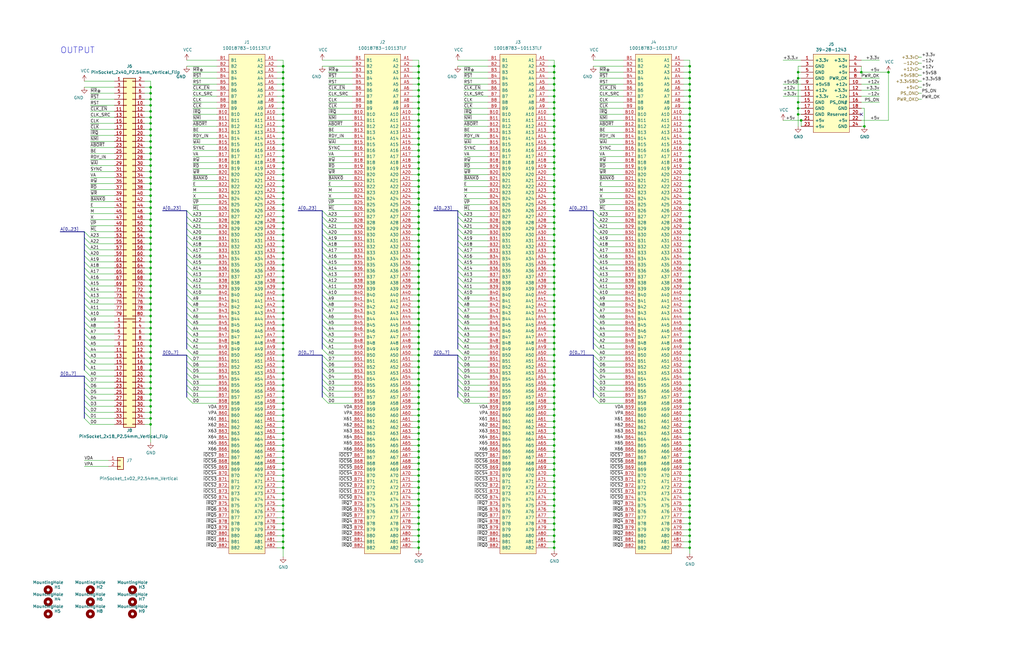
<source format=kicad_sch>
(kicad_sch (version 20230121) (generator eeschema)
  (paper "B")
  (title_block (title "BB816 MATX Root Sheet") (date "2024-02-24") (rev "0.1") (company "Copyright Alan Canon, CERN OHL-P v2") (comment 1 "https://github.com/aronnax9000/BB816_MATX"))
  (junction (at 176.53 121.92))
  (junction (at 290.83 162.56))
  (junction (at 63.5 57.15))
  (junction (at 63.5 115.57))
  (junction (at 363.22 30.48))
  (junction (at 233.68 142.24))
  (junction (at 176.53 172.72))
  (junction (at 233.68 157.48))
  (junction (at 176.53 45.72))
  (junction (at 119.38 180.34))
  (junction (at 119.38 101.6))
  (junction (at 176.53 182.88))
  (junction (at 233.68 152.4))
  (junction (at 176.53 50.8))
  (junction (at 176.53 86.36))
  (junction (at 176.53 35.56))
  (junction (at 290.83 152.4))
  (junction (at 290.83 167.64))
  (junction (at 119.38 38.1))
  (junction (at 290.83 63.5))
  (junction (at 176.53 208.28))
  (junction (at 119.38 177.8))
  (junction (at 63.5 44.45))
  (junction (at 119.38 157.48))
  (junction (at 233.68 223.52))
  (junction (at 290.83 226.06))
  (junction (at 119.38 213.36))
  (junction (at 176.53 55.88))
  (junction (at 176.53 134.62))
  (junction (at 63.5 64.77))
  (junction (at 233.68 203.2))
  (junction (at 290.83 30.48))
  (junction (at 290.83 50.8))
  (junction (at 290.83 73.66))
  (junction (at 233.68 167.64))
  (junction (at 364.49 53.34))
  (junction (at 176.53 177.8))
  (junction (at 290.83 71.12))
  (junction (at 290.83 111.76))
  (junction (at 176.53 30.48))
  (junction (at 290.83 182.88))
  (junction (at 233.68 193.04))
  (junction (at 233.68 114.3))
  (junction (at 290.83 137.16))
  (junction (at 233.68 71.12))
  (junction (at 176.53 119.38))
  (junction (at 233.68 175.26))
  (junction (at 290.83 160.02))
  (junction (at 336.55 33.02))
  (junction (at 290.83 129.54))
  (junction (at 233.68 215.9))
  (junction (at 119.38 203.2))
  (junction (at 176.53 190.5))
  (junction (at 233.68 226.06))
  (junction (at 176.53 198.12))
  (junction (at 63.5 87.63))
  (junction (at 119.38 81.28))
  (junction (at 290.83 60.96))
  (junction (at 290.83 83.82))
  (junction (at 119.38 124.46))
  (junction (at 63.5 67.31))
  (junction (at 233.68 132.08))
  (junction (at 176.53 101.6))
  (junction (at 233.68 144.78))
  (junction (at 176.53 213.36))
  (junction (at 63.5 54.61))
  (junction (at 233.68 180.34))
  (junction (at 176.53 132.08))
  (junction (at 176.53 175.26))
  (junction (at 233.68 93.98))
  (junction (at 119.38 198.12))
  (junction (at 176.53 58.42))
  (junction (at 233.68 58.42))
  (junction (at 176.53 210.82))
  (junction (at 63.5 107.95))
  (junction (at 63.5 46.99))
  (junction (at 290.83 40.64))
  (junction (at 290.83 124.46))
  (junction (at 233.68 27.94))
  (junction (at 233.68 30.48))
  (junction (at 336.55 43.18))
  (junction (at 290.83 127))
  (junction (at 63.5 52.07))
  (junction (at 119.38 172.72))
  (junction (at 176.53 76.2))
  (junction (at 63.5 110.49))
  (junction (at 233.68 154.94))
  (junction (at 233.68 86.36))
  (junction (at 176.53 152.4))
  (junction (at 233.68 210.82))
  (junction (at 63.5 85.09))
  (junction (at 290.83 114.3))
  (junction (at 119.38 53.34))
  (junction (at 63.5 118.11))
  (junction (at 176.53 124.46))
  (junction (at 233.68 187.96))
  (junction (at 290.83 91.44))
  (junction (at 290.83 231.14))
  (junction (at 176.53 53.34))
  (junction (at 176.53 33.02))
  (junction (at 176.53 193.04))
  (junction (at 290.83 33.02))
  (junction (at 176.53 27.94))
  (junction (at 176.53 78.74))
  (junction (at 119.38 137.16))
  (junction (at 176.53 114.3))
  (junction (at 119.38 35.56))
  (junction (at 233.68 96.52))
  (junction (at 233.68 129.54))
  (junction (at 119.38 106.68))
  (junction (at 63.5 95.25))
  (junction (at 336.55 45.72))
  (junction (at 63.5 125.73))
  (junction (at 119.38 121.92))
  (junction (at 233.68 124.46))
  (junction (at 290.83 68.58))
  (junction (at 63.5 39.37))
  (junction (at 290.83 175.26))
  (junction (at 290.83 157.48))
  (junction (at 176.53 228.6))
  (junction (at 119.38 104.14))
  (junction (at 176.53 154.94))
  (junction (at 374.65 30.48))
  (junction (at 176.53 68.58))
  (junction (at 233.68 99.06))
  (junction (at 290.83 53.34))
  (junction (at 119.38 83.82))
  (junction (at 233.68 60.96))
  (junction (at 119.38 190.5))
  (junction (at 119.38 116.84))
  (junction (at 176.53 91.44))
  (junction (at 119.38 139.7))
  (junction (at 119.38 162.56))
  (junction (at 290.83 78.74))
  (junction (at 119.38 45.72))
  (junction (at 63.5 100.33))
  (junction (at 119.38 200.66))
  (junction (at 290.83 55.88))
  (junction (at 119.38 205.74))
  (junction (at 290.83 210.82))
  (junction (at 290.83 208.28))
  (junction (at 63.5 156.21))
  (junction (at 176.53 160.02))
  (junction (at 119.38 218.44))
  (junction (at 176.53 109.22))
  (junction (at 290.83 154.94))
  (junction (at 63.5 163.83))
  (junction (at 63.5 166.37))
  (junction (at 119.38 195.58))
  (junction (at 63.5 105.41))
  (junction (at 176.53 48.26))
  (junction (at 119.38 226.06))
  (junction (at 176.53 231.14))
  (junction (at 63.5 72.39))
  (junction (at 119.38 114.3))
  (junction (at 63.5 80.01))
  (junction (at 290.83 119.38))
  (junction (at 176.53 83.82))
  (junction (at 290.83 142.24))
  (junction (at 119.38 111.76))
  (junction (at 63.5 69.85))
  (junction (at 176.53 195.58))
  (junction (at 63.5 77.47))
  (junction (at 290.83 180.34))
  (junction (at 233.68 139.7))
  (junction (at 233.68 83.82))
  (junction (at 290.83 81.28))
  (junction (at 290.83 48.26))
  (junction (at 290.83 149.86))
  (junction (at 290.83 35.56))
  (junction (at 176.53 180.34))
  (junction (at 119.38 149.86))
  (junction (at 176.53 137.16))
  (junction (at 119.38 30.48))
  (junction (at 233.68 106.68))
  (junction (at 233.68 48.26))
  (junction (at 63.5 135.89))
  (junction (at 233.68 185.42))
  (junction (at 63.5 168.91))
  (junction (at 63.5 97.79))
  (junction (at 233.68 218.44))
  (junction (at 119.38 99.06))
  (junction (at 119.38 167.64))
  (junction (at 119.38 142.24))
  (junction (at 119.38 71.12))
  (junction (at 176.53 165.1))
  (junction (at 176.53 127))
  (junction (at 233.68 195.58))
  (junction (at 176.53 162.56))
  (junction (at 119.38 68.58))
  (junction (at 233.68 220.98))
  (junction (at 233.68 149.86))
  (junction (at 63.5 153.67))
  (junction (at 233.68 68.58))
  (junction (at 233.68 119.38))
  (junction (at 290.83 218.44))
  (junction (at 119.38 132.08))
  (junction (at 176.53 187.96))
  (junction (at 63.5 130.81))
  (junction (at 119.38 58.42))
  (junction (at 119.38 228.6))
  (junction (at 290.83 121.92))
  (junction (at 290.83 228.6))
  (junction (at 176.53 93.98))
  (junction (at 63.5 92.71))
  (junction (at 290.83 66.04))
  (junction (at 119.38 185.42))
  (junction (at 119.38 210.82))
  (junction (at 176.53 71.12))
  (junction (at 176.53 63.5))
  (junction (at 119.38 96.52))
  (junction (at 176.53 203.2))
  (junction (at 290.83 198.12))
  (junction (at 119.38 66.04))
  (junction (at 290.83 170.18))
  (junction (at 63.5 36.83))
  (junction (at 119.38 78.74))
  (junction (at 233.68 200.66))
  (junction (at 119.38 91.44))
  (junction (at 290.83 106.68))
  (junction (at 290.83 38.1))
  (junction (at 290.83 220.98))
  (junction (at 176.53 157.48))
  (junction (at 336.55 48.26))
  (junction (at 176.53 139.7))
  (junction (at 290.83 99.06))
  (junction (at 176.53 142.24))
  (junction (at 119.38 187.96))
  (junction (at 119.38 48.26))
  (junction (at 176.53 147.32))
  (junction (at 119.38 175.26))
  (junction (at 290.83 76.2))
  (junction (at 63.5 49.53))
  (junction (at 119.38 55.88))
  (junction (at 290.83 187.96))
  (junction (at 63.5 62.23))
  (junction (at 176.53 116.84))
  (junction (at 290.83 104.14))
  (junction (at 233.68 88.9))
  (junction (at 176.53 167.64))
  (junction (at 63.5 179.07))
  (junction (at 176.53 40.64))
  (junction (at 119.38 215.9))
  (junction (at 63.5 120.65))
  (junction (at 233.68 76.2))
  (junction (at 63.5 161.29))
  (junction (at 63.5 133.35))
  (junction (at 119.38 33.02))
  (junction (at 119.38 154.94))
  (junction (at 119.38 127))
  (junction (at 290.83 185.42))
  (junction (at 290.83 109.22))
  (junction (at 290.83 93.98))
  (junction (at 233.68 190.5))
  (junction (at 63.5 173.99))
  (junction (at 233.68 147.32))
  (junction (at 119.38 165.1))
  (junction (at 119.38 220.98))
  (junction (at 119.38 182.88))
  (junction (at 233.68 205.74))
  (junction (at 233.68 111.76))
  (junction (at 233.68 121.92))
  (junction (at 290.83 43.18))
  (junction (at 233.68 134.62))
  (junction (at 176.53 88.9))
  (junction (at 233.68 50.8))
  (junction (at 290.83 205.74))
  (junction (at 233.68 91.44))
  (junction (at 233.68 45.72))
  (junction (at 233.68 165.1))
  (junction (at 233.68 127))
  (junction (at 233.68 137.16))
  (junction (at 290.83 116.84))
  (junction (at 233.68 38.1))
  (junction (at 176.53 129.54))
  (junction (at 233.68 35.56))
  (junction (at 290.83 134.62))
  (junction (at 119.38 129.54))
  (junction (at 176.53 38.1))
  (junction (at 290.83 200.66))
  (junction (at 119.38 76.2))
  (junction (at 119.38 144.78))
  (junction (at 176.53 104.14))
  (junction (at 119.38 223.52))
  (junction (at 233.68 66.04))
  (junction (at 119.38 27.94))
  (junction (at 176.53 205.74))
  (junction (at 176.53 99.06))
  (junction (at 176.53 43.18))
  (junction (at 233.68 40.64))
  (junction (at 63.5 59.69))
  (junction (at 63.5 148.59))
  (junction (at 63.5 171.45))
  (junction (at 290.83 203.2))
  (junction (at 176.53 106.68))
  (junction (at 176.53 185.42))
  (junction (at 119.38 86.36))
  (junction (at 176.53 73.66))
  (junction (at 290.83 144.78))
  (junction (at 290.83 215.9))
  (junction (at 233.68 78.74))
  (junction (at 63.5 138.43))
  (junction (at 233.68 213.36))
  (junction (at 233.68 162.56))
  (junction (at 119.38 152.4))
  (junction (at 176.53 218.44))
  (junction (at 290.83 132.08))
  (junction (at 233.68 160.02))
  (junction (at 290.83 223.52))
  (junction (at 63.5 102.87))
  (junction (at 119.38 119.38))
  (junction (at 290.83 213.36))
  (junction (at 63.5 146.05))
  (junction (at 119.38 50.8))
  (junction (at 119.38 134.62))
  (junction (at 63.5 151.13))
  (junction (at 63.5 176.53))
  (junction (at 290.83 58.42))
  (junction (at 63.5 140.97))
  (junction (at 176.53 220.98))
  (junction (at 63.5 123.19))
  (junction (at 233.68 182.88))
  (junction (at 63.5 113.03))
  (junction (at 336.55 30.48))
  (junction (at 337.82 50.8))
  (junction (at 176.53 60.96))
  (junction (at 233.68 43.18))
  (junction (at 119.38 73.66))
  (junction (at 290.83 27.94))
  (junction (at 233.68 55.88))
  (junction (at 233.68 73.66))
  (junction (at 176.53 81.28))
  (junction (at 233.68 81.28))
  (junction (at 176.53 226.06))
  (junction (at 176.53 149.86))
  (junction (at 119.38 60.96))
  (junction (at 119.38 88.9))
  (junction (at 176.53 223.52))
  (junction (at 63.5 41.91))
  (junction (at 119.38 40.64))
  (junction (at 290.83 147.32))
  (junction (at 176.53 170.18))
  (junction (at 176.53 215.9))
  (junction (at 176.53 96.52))
  (junction (at 119.38 109.22))
  (junction (at 119.38 170.18))
  (junction (at 290.83 96.52))
  (junction (at 233.68 228.6))
  (junction (at 176.53 111.76))
  (junction (at 176.53 66.04))
  (junction (at 176.53 144.78))
  (junction (at 63.5 128.27))
  (junction (at 233.68 231.14))
  (junction (at 290.83 139.7))
  (junction (at 290.83 195.58))
  (junction (at 290.83 193.04))
  (junction (at 290.83 101.6))
  (junction (at 290.83 88.9))
  (junction (at 233.68 33.02))
  (junction (at 290.83 45.72))
  (junction (at 233.68 170.18))
  (junction (at 233.68 172.72))
  (junction (at 63.5 158.75))
  (junction (at 233.68 208.28))
  (junction (at 233.68 109.22))
  (junction (at 119.38 147.32))
  (junction (at 290.83 165.1))
  (junction (at 290.83 190.5))
  (junction (at 290.83 177.8))
  (junction (at 233.68 101.6))
  (junction (at 119.38 208.28))
  (junction (at 233.68 53.34))
  (junction (at 233.68 63.5))
  (junction (at 119.38 193.04))
  (junction (at 119.38 43.18))
  (junction (at 176.53 200.66))
  (junction (at 119.38 231.14))
  (junction (at 63.5 82.55))
  (junction (at 119.38 63.5))
  (junction (at 290.83 172.72))
  (junction (at 119.38 160.02))
  (junction (at 233.68 177.8))
  (junction (at 119.38 93.98))
  (junction (at 63.5 74.93))
  (junction (at 233.68 104.14))
  (junction (at 233.68 116.84))
  (junction (at 63.5 143.51))
  (junction (at 290.83 86.36))
  (junction (at 63.5 90.17))
  (junction (at 233.68 198.12))
  (no_connect (at 363.22 48.26))
  (bus_entry (at 250.19 106.68) (size 2.54 2.54))
  (bus_entry (at 35.56 125.73) (size 2.54 2.54))
  (bus_entry (at 250.19 142.24) (size 2.54 2.54))
  (bus_entry (at 35.56 100.33) (size 2.54 2.54))
  (bus_entry (at 35.56 133.35) (size 2.54 2.54))
  (bus_entry (at 78.74 119.38) (size 2.54 2.54))
  (bus_entry (at 250.19 165.1) (size 2.54 2.54))
  (bus_entry (at 78.74 104.14) (size 2.54 2.54))
  (bus_entry (at 193.04 142.24) (size 2.54 2.54))
  (bus_entry (at 35.56 176.53) (size 2.54 2.54))
  (bus_entry (at 250.19 160.02) (size 2.54 2.54))
  (bus_entry (at 135.89 154.94) (size 2.54 2.54))
  (bus_entry (at 250.19 132.08) (size 2.54 2.54))
  (bus_entry (at 250.19 109.22) (size 2.54 2.54))
  (bus_entry (at 135.89 139.7) (size 2.54 2.54))
  (bus_entry (at 78.74 139.7) (size 2.54 2.54))
  (bus_entry (at 135.89 121.92) (size 2.54 2.54))
  (bus_entry (at 250.19 167.64) (size 2.54 2.54))
  (bus_entry (at 135.89 119.38) (size 2.54 2.54))
  (bus_entry (at 135.89 134.62) (size 2.54 2.54))
  (bus_entry (at 135.89 93.98) (size 2.54 2.54))
  (bus_entry (at 250.19 129.54) (size 2.54 2.54))
  (bus_entry (at 193.04 124.46) (size 2.54 2.54))
  (bus_entry (at 78.74 88.9) (size 2.54 2.54))
  (bus_entry (at 250.19 127) (size 2.54 2.54))
  (bus_entry (at 35.56 135.89) (size 2.54 2.54))
  (bus_entry (at 193.04 154.94) (size 2.54 2.54))
  (bus_entry (at 250.19 152.4) (size 2.54 2.54))
  (bus_entry (at 78.74 127) (size 2.54 2.54))
  (bus_entry (at 193.04 149.86) (size 2.54 2.54))
  (bus_entry (at 250.19 139.7) (size 2.54 2.54))
  (bus_entry (at 35.56 171.45) (size 2.54 2.54))
  (bus_entry (at 135.89 114.3) (size 2.54 2.54))
  (bus_entry (at 250.19 114.3) (size 2.54 2.54))
  (bus_entry (at 193.04 88.9) (size 2.54 2.54))
  (bus_entry (at 250.19 157.48) (size 2.54 2.54))
  (bus_entry (at 35.56 97.79) (size 2.54 2.54))
  (bus_entry (at 78.74 111.76) (size 2.54 2.54))
  (bus_entry (at 78.74 116.84) (size 2.54 2.54))
  (bus_entry (at 135.89 116.84) (size 2.54 2.54))
  (bus_entry (at 135.89 99.06) (size 2.54 2.54))
  (bus_entry (at 193.04 101.6) (size 2.54 2.54))
  (bus_entry (at 78.74 121.92) (size 2.54 2.54))
  (bus_entry (at 193.04 132.08) (size 2.54 2.54))
  (bus_entry (at 135.89 162.56) (size 2.54 2.54))
  (bus_entry (at 35.56 120.65) (size 2.54 2.54))
  (bus_entry (at 78.74 114.3) (size 2.54 2.54))
  (bus_entry (at 78.74 147.32) (size 2.54 2.54))
  (bus_entry (at 193.04 160.02) (size 2.54 2.54))
  (bus_entry (at 193.04 167.64) (size 2.54 2.54))
  (bus_entry (at 35.56 156.21) (size 2.54 2.54))
  (bus_entry (at 35.56 128.27) (size 2.54 2.54))
  (bus_entry (at 250.19 134.62) (size 2.54 2.54))
  (bus_entry (at 193.04 137.16) (size 2.54 2.54))
  (bus_entry (at 135.89 96.52) (size 2.54 2.54))
  (bus_entry (at 35.56 130.81) (size 2.54 2.54))
  (bus_entry (at 78.74 165.1) (size 2.54 2.54))
  (bus_entry (at 135.89 91.44) (size 2.54 2.54))
  (bus_entry (at 250.19 96.52) (size 2.54 2.54))
  (bus_entry (at 135.89 106.68) (size 2.54 2.54))
  (bus_entry (at 135.89 137.16) (size 2.54 2.54))
  (bus_entry (at 35.56 161.29) (size 2.54 2.54))
  (bus_entry (at 78.74 132.08) (size 2.54 2.54))
  (bus_entry (at 78.74 99.06) (size 2.54 2.54))
  (bus_entry (at 35.56 110.49) (size 2.54 2.54))
  (bus_entry (at 135.89 165.1) (size 2.54 2.54))
  (bus_entry (at 135.89 88.9) (size 2.54 2.54))
  (bus_entry (at 35.56 148.59) (size 2.54 2.54))
  (bus_entry (at 135.89 147.32) (size 2.54 2.54))
  (bus_entry (at 135.89 167.64) (size 2.54 2.54))
  (bus_entry (at 193.04 162.56) (size 2.54 2.54))
  (bus_entry (at 250.19 154.94) (size 2.54 2.54))
  (bus_entry (at 250.19 116.84) (size 2.54 2.54))
  (bus_entry (at 78.74 157.48) (size 2.54 2.54))
  (bus_entry (at 250.19 99.06) (size 2.54 2.54))
  (bus_entry (at 78.74 142.24) (size 2.54 2.54))
  (bus_entry (at 250.19 88.9) (size 2.54 2.54))
  (bus_entry (at 78.74 167.64) (size 2.54 2.54))
  (bus_entry (at 78.74 96.52) (size 2.54 2.54))
  (bus_entry (at 193.04 134.62) (size 2.54 2.54))
  (bus_entry (at 250.19 121.92) (size 2.54 2.54))
  (bus_entry (at 78.74 93.98) (size 2.54 2.54))
  (bus_entry (at 193.04 104.14) (size 2.54 2.54))
  (bus_entry (at 135.89 149.86) (size 2.54 2.54))
  (bus_entry (at 78.74 101.6) (size 2.54 2.54))
  (bus_entry (at 35.56 105.41) (size 2.54 2.54))
  (bus_entry (at 78.74 124.46) (size 2.54 2.54))
  (bus_entry (at 78.74 134.62) (size 2.54 2.54))
  (bus_entry (at 35.56 138.43) (size 2.54 2.54))
  (bus_entry (at 35.56 115.57) (size 2.54 2.54))
  (bus_entry (at 78.74 144.78) (size 2.54 2.54))
  (bus_entry (at 35.56 118.11) (size 2.54 2.54))
  (bus_entry (at 193.04 121.92) (size 2.54 2.54))
  (bus_entry (at 193.04 93.98) (size 2.54 2.54))
  (bus_entry (at 78.74 106.68) (size 2.54 2.54))
  (bus_entry (at 250.19 144.78) (size 2.54 2.54))
  (bus_entry (at 193.04 127) (size 2.54 2.54))
  (bus_entry (at 193.04 147.32) (size 2.54 2.54))
  (bus_entry (at 193.04 152.4) (size 2.54 2.54))
  (bus_entry (at 250.19 91.44) (size 2.54 2.54))
  (bus_entry (at 78.74 149.86) (size 2.54 2.54))
  (bus_entry (at 193.04 144.78) (size 2.54 2.54))
  (bus_entry (at 250.19 104.14) (size 2.54 2.54))
  (bus_entry (at 250.19 124.46) (size 2.54 2.54))
  (bus_entry (at 193.04 111.76) (size 2.54 2.54))
  (bus_entry (at 250.19 119.38) (size 2.54 2.54))
  (bus_entry (at 78.74 109.22) (size 2.54 2.54))
  (bus_entry (at 35.56 168.91) (size 2.54 2.54))
  (bus_entry (at 35.56 146.05) (size 2.54 2.54))
  (bus_entry (at 135.89 152.4) (size 2.54 2.54))
  (bus_entry (at 193.04 114.3) (size 2.54 2.54))
  (bus_entry (at 250.19 149.86) (size 2.54 2.54))
  (bus_entry (at 193.04 116.84) (size 2.54 2.54))
  (bus_entry (at 78.74 162.56) (size 2.54 2.54))
  (bus_entry (at 135.89 157.48) (size 2.54 2.54))
  (bus_entry (at 35.56 166.37) (size 2.54 2.54))
  (bus_entry (at 250.19 137.16) (size 2.54 2.54))
  (bus_entry (at 193.04 165.1) (size 2.54 2.54))
  (bus_entry (at 35.56 153.67) (size 2.54 2.54))
  (bus_entry (at 135.89 104.14) (size 2.54 2.54))
  (bus_entry (at 35.56 107.95) (size 2.54 2.54))
  (bus_entry (at 78.74 137.16) (size 2.54 2.54))
  (bus_entry (at 35.56 140.97) (size 2.54 2.54))
  (bus_entry (at 250.19 101.6) (size 2.54 2.54))
  (bus_entry (at 250.19 162.56) (size 2.54 2.54))
  (bus_entry (at 135.89 127) (size 2.54 2.54))
  (bus_entry (at 78.74 152.4) (size 2.54 2.54))
  (bus_entry (at 250.19 147.32) (size 2.54 2.54))
  (bus_entry (at 78.74 91.44) (size 2.54 2.54))
  (bus_entry (at 135.89 109.22) (size 2.54 2.54))
  (bus_entry (at 35.56 102.87) (size 2.54 2.54))
  (bus_entry (at 35.56 163.83) (size 2.54 2.54))
  (bus_entry (at 35.56 173.99) (size 2.54 2.54))
  (bus_entry (at 135.89 142.24) (size 2.54 2.54))
  (bus_entry (at 135.89 132.08) (size 2.54 2.54))
  (bus_entry (at 193.04 99.06) (size 2.54 2.54))
  (bus_entry (at 250.19 111.76) (size 2.54 2.54))
  (bus_entry (at 135.89 160.02) (size 2.54 2.54))
  (bus_entry (at 193.04 157.48) (size 2.54 2.54))
  (bus_entry (at 35.56 113.03) (size 2.54 2.54))
  (bus_entry (at 35.56 143.51) (size 2.54 2.54))
  (bus_entry (at 193.04 129.54) (size 2.54 2.54))
  (bus_entry (at 193.04 106.68) (size 2.54 2.54))
  (bus_entry (at 35.56 151.13) (size 2.54 2.54))
  (bus_entry (at 250.19 93.98) (size 2.54 2.54))
  (bus_entry (at 78.74 160.02) (size 2.54 2.54))
  (bus_entry (at 35.56 158.75) (size 2.54 2.54))
  (bus_entry (at 135.89 101.6) (size 2.54 2.54))
  (bus_entry (at 78.74 129.54) (size 2.54 2.54))
  (bus_entry (at 35.56 123.19) (size 2.54 2.54))
  (bus_entry (at 193.04 139.7) (size 2.54 2.54))
  (bus_entry (at 135.89 144.78) (size 2.54 2.54))
  (bus_entry (at 193.04 96.52) (size 2.54 2.54))
  (bus_entry (at 193.04 119.38) (size 2.54 2.54))
  (bus_entry (at 193.04 91.44) (size 2.54 2.54))
  (bus_entry (at 135.89 124.46) (size 2.54 2.54))
  (bus_entry (at 135.89 111.76) (size 2.54 2.54))
  (bus_entry (at 135.89 129.54) (size 2.54 2.54))
  (bus_entry (at 78.74 154.94) (size 2.54 2.54))
  (bus_entry (at 193.04 109.22) (size 2.54 2.54))
  (wire (pts (xy 119.38 167.64) (xy 116.84 167.64)))
  (bus (pts (xy 135.89 165.1) (xy 135.89 167.64)))
  (wire (pts (xy 63.5 176.53) (xy 63.5 179.07)))
  (wire (pts (xy 252.73 48.26) (xy 262.89 48.26)))
  (wire (pts (xy 81.28 66.04) (xy 91.44 66.04)))
  (bus (pts (xy 78.74 114.3) (xy 78.74 111.76)))
  (wire (pts (xy 63.5 87.63) (xy 63.5 90.17)))
  (wire (pts (xy 138.43 157.48) (xy 148.59 157.48)))
  (wire (pts (xy 233.68 96.52) (xy 231.14 96.52)))
  (wire (pts (xy 252.73 157.48) (xy 262.89 157.48)))
  (wire (pts (xy 290.83 180.34) (xy 290.83 182.88)))
  (wire (pts (xy 119.38 190.5) (xy 119.38 193.04)))
  (wire (pts (xy 176.53 33.02) (xy 173.99 33.02)))
  (wire (pts (xy 195.58 139.7) (xy 205.74 139.7)))
  (wire (pts (xy 119.38 91.44) (xy 116.84 91.44)))
  (wire (pts (xy 233.68 63.5) (xy 231.14 63.5)))
  (wire (pts (xy 119.38 165.1) (xy 116.84 165.1)))
  (wire (pts (xy 63.5 67.31) (xy 63.5 69.85)))
  (wire (pts (xy 81.28 43.18) (xy 91.44 43.18)))
  (wire (pts (xy 119.38 91.44) (xy 119.38 93.98)))
  (wire (pts (xy 252.73 170.18) (xy 262.89 170.18)))
  (bus (pts (xy 193.04 160.02) (xy 193.04 162.56)))
  (wire (pts (xy 81.28 147.32) (xy 91.44 147.32)))
  (bus (pts (xy 78.74 142.24) (xy 78.74 139.7)))
  (bus (pts (xy 250.19 93.98) (xy 250.19 91.44)))
  (wire (pts (xy 176.53 137.16) (xy 173.99 137.16)))
  (bus (pts (xy 250.19 111.76) (xy 250.19 109.22)))
  (wire (pts (xy 138.43 114.3) (xy 148.59 114.3)))
  (wire (pts (xy 176.53 101.6) (xy 176.53 104.14)))
  (wire (pts (xy 119.38 58.42) (xy 119.38 60.96)))
  (wire (pts (xy 38.1 102.87) (xy 48.26 102.87)))
  (bus (pts (xy 135.89 99.06) (xy 135.89 96.52)))
  (bus (pts (xy 250.19 116.84) (xy 250.19 114.3)))
  (wire (pts (xy 233.68 154.94) (xy 231.14 154.94)))
  (wire (pts (xy 176.53 167.64) (xy 176.53 170.18)))
  (wire (pts (xy 233.68 35.56) (xy 231.14 35.56)))
  (wire (pts (xy 233.68 208.28) (xy 233.68 210.82)))
  (wire (pts (xy 233.68 139.7) (xy 233.68 142.24)))
  (wire (pts (xy 38.1 44.45) (xy 48.26 44.45)))
  (wire (pts (xy 176.53 121.92) (xy 173.99 121.92)))
  (wire (pts (xy 176.53 83.82) (xy 173.99 83.82)))
  (wire (pts (xy 63.5 148.59) (xy 63.5 151.13)))
  (bus (pts (xy 35.56 163.83) (xy 35.56 166.37)))
  (wire (pts (xy 233.68 160.02) (xy 233.68 162.56)))
  (wire (pts (xy 233.68 228.6) (xy 231.14 228.6)))
  (bus (pts (xy 78.74 96.52) (xy 78.74 93.98)))
  (wire (pts (xy 233.68 167.64) (xy 233.68 170.18)))
  (wire (pts (xy 63.5 74.93) (xy 63.5 77.47)))
  (wire (pts (xy 233.68 116.84) (xy 231.14 116.84)))
  (wire (pts (xy 290.83 170.18) (xy 288.29 170.18)))
  (wire (pts (xy 119.38 187.96) (xy 116.84 187.96)))
  (wire (pts (xy 38.1 100.33) (xy 48.26 100.33)))
  (wire (pts (xy 81.28 71.12) (xy 91.44 71.12)))
  (wire (pts (xy 138.43 48.26) (xy 148.59 48.26)))
  (wire (pts (xy 233.68 38.1) (xy 233.68 40.64)))
  (wire (pts (xy 288.29 111.76) (xy 290.83 111.76)))
  (wire (pts (xy 119.38 45.72) (xy 119.38 48.26)))
  (wire (pts (xy 252.73 63.5) (xy 262.89 63.5)))
  (wire (pts (xy 176.53 200.66) (xy 176.53 203.2)))
  (wire (pts (xy 195.58 91.44) (xy 205.74 91.44)))
  (wire (pts (xy 176.53 185.42) (xy 173.99 185.42)))
  (wire (pts (xy 119.38 104.14) (xy 116.84 104.14)))
  (wire (pts (xy 138.43 58.42) (xy 148.59 58.42)))
  (wire (pts (xy 233.68 86.36) (xy 231.14 86.36)))
  (wire (pts (xy 233.68 78.74) (xy 233.68 81.28)))
  (wire (pts (xy 290.83 185.42) (xy 290.83 187.96)))
  (wire (pts (xy 119.38 185.42) (xy 119.38 187.96)))
  (wire (pts (xy 233.68 25.4) (xy 233.68 27.94)))
  (wire (pts (xy 195.58 144.78) (xy 205.74 144.78)))
  (wire (pts (xy 290.83 68.58) (xy 288.29 68.58)))
  (wire (pts (xy 290.83 223.52) (xy 290.83 226.06)))
  (wire (pts (xy 138.43 76.2) (xy 148.59 76.2)))
  (wire (pts (xy 176.53 144.78) (xy 176.53 147.32)))
  (wire (pts (xy 252.73 147.32) (xy 262.89 147.32)))
  (bus (pts (xy 78.74 134.62) (xy 78.74 132.08)))
  (bus (pts (xy 135.89 124.46) (xy 135.89 121.92)))
  (wire (pts (xy 290.83 134.62) (xy 288.29 134.62)))
  (wire (pts (xy 233.68 58.42) (xy 233.68 60.96)))
  (wire (pts (xy 290.83 195.58) (xy 290.83 198.12)))
  (wire (pts (xy 38.1 176.53) (xy 48.26 176.53)))
  (bus (pts (xy 135.89 149.86) (xy 135.89 152.4)))
  (wire (pts (xy 195.58 109.22) (xy 205.74 109.22)))
  (wire (pts (xy 119.38 35.56) (xy 119.38 38.1)))
  (wire (pts (xy 176.53 86.36) (xy 176.53 88.9)))
  (wire (pts (xy 337.82 33.02) (xy 336.55 33.02)))
  (wire (pts (xy 176.53 205.74) (xy 176.53 208.28)))
  (bus (pts (xy 35.56 143.51) (xy 35.56 140.97)))
  (wire (pts (xy 176.53 111.76) (xy 176.53 114.3)))
  (wire (pts (xy 290.83 162.56) (xy 290.83 165.1)))
  (wire (pts (xy 81.28 124.46) (xy 91.44 124.46)))
  (wire (pts (xy 138.43 68.58) (xy 148.59 68.58)))
  (wire (pts (xy 233.68 177.8) (xy 233.68 180.34)))
  (wire (pts (xy 290.83 132.08) (xy 288.29 132.08)))
  (wire (pts (xy 233.68 104.14) (xy 231.14 104.14)))
  (wire (pts (xy 81.28 144.78) (xy 91.44 144.78)))
  (wire (pts (xy 252.73 40.64) (xy 262.89 40.64)))
  (wire (pts (xy 252.73 121.92) (xy 262.89 121.92)))
  (wire (pts (xy 195.58 63.5) (xy 205.74 63.5)))
  (wire (pts (xy 290.83 231.14) (xy 288.29 231.14)))
  (wire (pts (xy 38.1 64.77) (xy 48.26 64.77)))
  (bus (pts (xy 68.58 88.9) (xy 78.74 88.9)))
  (wire (pts (xy 119.38 116.84) (xy 116.84 116.84)))
  (wire (pts (xy 119.38 208.28) (xy 116.84 208.28)))
  (wire (pts (xy 290.83 73.66) (xy 290.83 76.2)))
  (wire (pts (xy 290.83 154.94) (xy 290.83 157.48)))
  (wire (pts (xy 233.68 81.28) (xy 233.68 83.82)))
  (wire (pts (xy 119.38 137.16) (xy 119.38 139.7)))
  (wire (pts (xy 290.83 210.82) (xy 288.29 210.82)))
  (wire (pts (xy 233.68 210.82) (xy 233.68 213.36)))
  (wire (pts (xy 119.38 187.96) (xy 119.38 190.5)))
  (wire (pts (xy 138.43 109.22) (xy 148.59 109.22)))
  (wire (pts (xy 63.5 92.71) (xy 63.5 95.25)))
  (wire (pts (xy 290.83 63.5) (xy 290.83 66.04)))
  (wire (pts (xy 290.83 177.8) (xy 288.29 177.8)))
  (wire (pts (xy 63.5 102.87) (xy 60.96 102.87)))
  (wire (pts (xy 176.53 93.98) (xy 176.53 96.52)))
  (wire (pts (xy 233.68 76.2) (xy 231.14 76.2)))
  (bus (pts (xy 25.4 158.75) (xy 35.56 158.75)))
  (wire (pts (xy 233.68 185.42) (xy 233.68 187.96)))
  (wire (pts (xy 63.5 92.71) (xy 60.96 92.71)))
  (wire (pts (xy 138.43 35.56) (xy 148.59 35.56)))
  (wire (pts (xy 119.38 86.36) (xy 119.38 88.9)))
  (wire (pts (xy 337.82 38.1) (xy 330.2 38.1)))
  (wire (pts (xy 252.73 154.94) (xy 262.89 154.94)))
  (wire (pts (xy 176.53 81.28) (xy 173.99 81.28)))
  (wire (pts (xy 252.73 137.16) (xy 262.89 137.16)))
  (wire (pts (xy 176.53 129.54) (xy 173.99 129.54)))
  (wire (pts (xy 63.5 102.87) (xy 63.5 105.41)))
  (wire (pts (xy 63.5 34.29) (xy 60.96 34.29)))
  (wire (pts (xy 119.38 132.08) (xy 119.38 134.62)))
  (wire (pts (xy 233.68 111.76) (xy 233.68 114.3)))
  (wire (pts (xy 38.1 59.69) (xy 48.26 59.69)))
  (bus (pts (xy 193.04 142.24) (xy 193.04 139.7)))
  (bus (pts (xy 78.74 144.78) (xy 78.74 147.32)))
  (wire (pts (xy 176.53 127) (xy 176.53 129.54)))
  (wire (pts (xy 233.68 137.16) (xy 233.68 139.7)))
  (wire (pts (xy 176.53 96.52) (xy 176.53 99.06)))
  (bus (pts (xy 78.74 109.22) (xy 78.74 106.68)))
  (bus (pts (xy 35.56 102.87) (xy 35.56 100.33)))
  (wire (pts (xy 290.83 127) (xy 288.29 127)))
  (bus (pts (xy 193.04 114.3) (xy 193.04 111.76)))
  (wire (pts (xy 176.53 91.44) (xy 173.99 91.44)))
  (wire (pts (xy 63.5 168.91) (xy 60.96 168.91)))
  (wire (pts (xy 119.38 228.6) (xy 116.84 228.6)))
  (bus (pts (xy 193.04 119.38) (xy 193.04 116.84)))
  (wire (pts (xy 233.68 154.94) (xy 233.68 157.48)))
  (wire (pts (xy 138.43 81.28) (xy 148.59 81.28)))
  (bus (pts (xy 193.04 109.22) (xy 193.04 106.68)))
  (wire (pts (xy 63.5 166.37) (xy 63.5 168.91)))
  (wire (pts (xy 233.68 226.06) (xy 231.14 226.06)))
  (wire (pts (xy 119.38 172.72) (xy 119.38 175.26)))
  (wire (pts (xy 63.5 82.55) (xy 63.5 85.09)))
  (wire (pts (xy 290.83 40.64) (xy 288.29 40.64)))
  (wire (pts (xy 176.53 154.94) (xy 176.53 157.48)))
  (wire (pts (xy 38.1 90.17) (xy 48.26 90.17)))
  (wire (pts (xy 176.53 25.4) (xy 173.99 25.4)))
  (wire (pts (xy 119.38 223.52) (xy 116.84 223.52)))
  (wire (pts (xy 176.53 154.94) (xy 173.99 154.94)))
  (wire (pts (xy 195.58 55.88) (xy 205.74 55.88)))
  (wire (pts (xy 290.83 86.36) (xy 288.29 86.36)))
  (wire (pts (xy 63.5 158.75) (xy 63.5 161.29)))
  (wire (pts (xy 233.68 220.98) (xy 233.68 223.52)))
  (wire (pts (xy 135.89 25.4) (xy 148.59 25.4)))
  (wire (pts (xy 252.73 50.8) (xy 262.89 50.8)))
  (bus (pts (xy 135.89 119.38) (xy 135.89 116.84)))
  (wire (pts (xy 233.68 45.72) (xy 231.14 45.72)))
  (wire (pts (xy 119.38 144.78) (xy 116.84 144.78)))
  (wire (pts (xy 176.53 55.88) (xy 176.53 58.42)))
  (wire (pts (xy 173.99 53.34) (xy 176.53 53.34)))
  (wire (pts (xy 195.58 154.94) (xy 205.74 154.94)))
  (wire (pts (xy 119.38 99.06) (xy 119.38 101.6)))
  (wire (pts (xy 176.53 106.68) (xy 173.99 106.68)))
  (bus (pts (xy 250.19 165.1) (xy 250.19 167.64)))
  (wire (pts (xy 290.83 228.6) (xy 290.83 231.14)))
  (wire (pts (xy 290.83 208.28) (xy 288.29 208.28)))
  (wire (pts (xy 38.1 123.19) (xy 48.26 123.19)))
  (wire (pts (xy 233.68 76.2) (xy 233.68 78.74)))
  (bus (pts (xy 78.74 119.38) (xy 78.74 116.84)))
  (wire (pts (xy 233.68 66.04) (xy 231.14 66.04)))
  (bus (pts (xy 135.89 104.14) (xy 135.89 106.68)))
  (wire (pts (xy 176.53 76.2) (xy 176.53 78.74)))
  (wire (pts (xy 81.28 53.34) (xy 91.44 53.34)))
  (wire (pts (xy 364.49 53.34) (xy 364.49 45.72)))
  (wire (pts (xy 176.53 116.84) (xy 176.53 119.38)))
  (wire (pts (xy 195.58 86.36) (xy 205.74 86.36)))
  (wire (pts (xy 233.68 149.86) (xy 233.68 152.4)))
  (wire (pts (xy 233.68 53.34) (xy 233.68 55.88)))
  (wire (pts (xy 195.58 71.12) (xy 205.74 71.12)))
  (wire (pts (xy 233.68 170.18) (xy 231.14 170.18)))
  (wire (pts (xy 119.38 149.86) (xy 119.38 152.4)))
  (wire (pts (xy 252.73 104.14) (xy 262.89 104.14)))
  (bus (pts (xy 250.19 152.4) (xy 250.19 154.94)))
  (wire (pts (xy 290.83 119.38) (xy 288.29 119.38)))
  (wire (pts (xy 176.53 40.64) (xy 173.99 40.64)))
  (wire (pts (xy 233.68 160.02) (xy 231.14 160.02)))
  (wire (pts (xy 290.83 93.98) (xy 288.29 93.98)))
  (wire (pts (xy 138.43 134.62) (xy 148.59 134.62)))
  (wire (pts (xy 176.53 58.42) (xy 176.53 60.96)))
  (wire (pts (xy 290.83 58.42) (xy 288.29 58.42)))
  (wire (pts (xy 290.83 139.7) (xy 290.83 142.24)))
  (wire (pts (xy 63.5 34.29) (xy 63.5 36.83)))
  (wire (pts (xy 252.73 81.28) (xy 262.89 81.28)))
  (wire (pts (xy 233.68 218.44) (xy 231.14 218.44)))
  (wire (pts (xy 290.83 195.58) (xy 288.29 195.58)))
  (bus (pts (xy 135.89 154.94) (xy 135.89 157.48)))
  (wire (pts (xy 290.83 160.02) (xy 290.83 162.56)))
  (bus (pts (xy 182.88 149.86) (xy 193.04 149.86)))
  (bus (pts (xy 193.04 127) (xy 193.04 124.46)))
  (wire (pts (xy 176.53 223.52) (xy 176.53 226.06)))
  (bus (pts (xy 193.04 93.98) (xy 193.04 91.44)))
  (wire (pts (xy 195.58 53.34) (xy 205.74 53.34)))
  (wire (pts (xy 176.53 149.86) (xy 173.99 149.86)))
  (wire (pts (xy 336.55 43.18) (xy 336.55 45.72)))
  (wire (pts (xy 63.5 41.91) (xy 60.96 41.91)))
  (wire (pts (xy 176.53 185.42) (xy 176.53 187.96)))
  (bus (pts (xy 250.19 104.14) (xy 250.19 106.68)))
  (wire (pts (xy 119.38 48.26) (xy 116.84 48.26)))
  (wire (pts (xy 138.43 152.4) (xy 148.59 152.4)))
  (bus (pts (xy 193.04 144.78) (xy 193.04 147.32)))
  (wire (pts (xy 336.55 45.72) (xy 337.82 45.72)))
  (wire (pts (xy 119.38 76.2) (xy 116.84 76.2)))
  (wire (pts (xy 138.43 104.14) (xy 148.59 104.14)))
  (wire (pts (xy 63.5 95.25) (xy 60.96 95.25)))
  (wire (pts (xy 233.68 195.58) (xy 231.14 195.58)))
  (wire (pts (xy 290.83 27.94) (xy 288.29 27.94)))
  (wire (pts (xy 119.38 106.68) (xy 116.84 106.68)))
  (wire (pts (xy 233.68 193.04) (xy 233.68 195.58)))
  (wire (pts (xy 290.83 182.88) (xy 290.83 185.42)))
  (wire (pts (xy 176.53 142.24) (xy 173.99 142.24)))
  (wire (pts (xy 119.38 127) (xy 116.84 127)))
  (wire (pts (xy 290.83 96.52) (xy 288.29 96.52)))
  (wire (pts (xy 388.62 36.83) (xy 387.35 36.83)))
  (wire (pts (xy 233.68 78.74) (xy 231.14 78.74)))
  (wire (pts (xy 119.38 81.28) (xy 119.38 83.82)))
  (wire (pts (xy 290.83 111.76) (xy 290.83 114.3)))
  (wire (pts (xy 119.38 144.78) (xy 119.38 147.32)))
  (wire (pts (xy 195.58 35.56) (xy 205.74 35.56)))
  (wire (pts (xy 176.53 200.66) (xy 173.99 200.66)))
  (wire (pts (xy 290.83 190.5) (xy 290.83 193.04)))
  (bus (pts (xy 193.04 96.52) (xy 193.04 93.98)))
  (wire (pts (xy 363.22 30.48) (xy 374.65 30.48)))
  (wire (pts (xy 290.83 198.12) (xy 288.29 198.12)))
  (wire (pts (xy 290.83 48.26) (xy 290.83 50.8)))
  (wire (pts (xy 176.53 210.82) (xy 173.99 210.82)))
  (wire (pts (xy 81.28 55.88) (xy 91.44 55.88)))
  (wire (pts (xy 81.28 109.22) (xy 91.44 109.22)))
  (wire (pts (xy 233.68 223.52) (xy 233.68 226.06)))
  (wire (pts (xy 388.62 29.21) (xy 387.35 29.21)))
  (wire (pts (xy 233.68 55.88) (xy 231.14 55.88)))
  (wire (pts (xy 233.68 228.6) (xy 233.68 231.14)))
  (wire (pts (xy 38.1 113.03) (xy 48.26 113.03)))
  (wire (pts (xy 176.53 218.44) (xy 176.53 220.98)))
  (wire (pts (xy 252.73 45.72) (xy 262.89 45.72)))
  (wire (pts (xy 250.19 25.4) (xy 262.89 25.4)))
  (wire (pts (xy 290.83 55.88) (xy 290.83 58.42)))
  (wire (pts (xy 233.68 200.66) (xy 233.68 203.2)))
  (wire (pts (xy 63.5 171.45) (xy 63.5 173.99)))
  (wire (pts (xy 233.68 30.48) (xy 231.14 30.48)))
  (wire (pts (xy 252.73 88.9) (xy 262.89 88.9)))
  (wire (pts (xy 38.1 148.59) (xy 48.26 148.59)))
  (wire (pts (xy 195.58 121.92) (xy 205.74 121.92)))
  (wire (pts (xy 233.68 213.36) (xy 231.14 213.36)))
  (wire (pts (xy 233.68 27.94) (xy 233.68 30.48)))
  (bus (pts (xy 35.56 120.65) (xy 35.56 118.11)))
  (wire (pts (xy 233.68 198.12) (xy 233.68 200.66)))
  (wire (pts (xy 81.28 132.08) (xy 91.44 132.08)))
  (wire (pts (xy 290.83 71.12) (xy 288.29 71.12)))
  (wire (pts (xy 233.68 162.56) (xy 233.68 165.1)))
  (bus (pts (xy 78.74 101.6) (xy 78.74 99.06)))
  (wire (pts (xy 290.83 187.96) (xy 290.83 190.5)))
  (wire (pts (xy 290.83 109.22) (xy 288.29 109.22)))
  (wire (pts (xy 233.68 91.44) (xy 233.68 93.98)))
  (bus (pts (xy 78.74 93.98) (xy 78.74 91.44)))
  (bus (pts (xy 240.03 149.86) (xy 250.19 149.86)))
  (wire (pts (xy 290.83 142.24) (xy 288.29 142.24)))
  (wire (pts (xy 290.83 101.6) (xy 288.29 101.6)))
  (wire (pts (xy 176.53 76.2) (xy 173.99 76.2)))
  (bus (pts (xy 135.89 144.78) (xy 135.89 142.24)))
  (bus (pts (xy 35.56 158.75) (xy 35.56 161.29)))
  (wire (pts (xy 252.73 68.58) (xy 262.89 68.58)))
  (wire (pts (xy 233.68 83.82) (xy 233.68 86.36)))
  (wire (pts (xy 176.53 162.56) (xy 176.53 165.1)))
  (wire (pts (xy 290.83 152.4) (xy 290.83 154.94)))
  (wire (pts (xy 176.53 228.6) (xy 173.99 228.6)))
  (wire (pts (xy 63.5 69.85) (xy 63.5 72.39)))
  (bus (pts (xy 193.04 121.92) (xy 193.04 119.38)))
  (wire (pts (xy 119.38 43.18) (xy 119.38 45.72)))
  (wire (pts (xy 290.83 88.9) (xy 290.83 91.44)))
  (wire (pts (xy 290.83 60.96) (xy 288.29 60.96)))
  (wire (pts (xy 252.73 66.04) (xy 262.89 66.04)))
  (wire (pts (xy 138.43 101.6) (xy 148.59 101.6)))
  (wire (pts (xy 233.68 162.56) (xy 231.14 162.56)))
  (wire (pts (xy 119.38 182.88) (xy 119.38 185.42)))
  (wire (pts (xy 176.53 43.18) (xy 173.99 43.18)))
  (wire (pts (xy 119.38 106.68) (xy 119.38 109.22)))
  (wire (pts (xy 81.28 134.62) (xy 91.44 134.62)))
  (wire (pts (xy 290.83 81.28) (xy 290.83 83.82)))
  (wire (pts (xy 176.53 53.34) (xy 176.53 55.88)))
  (wire (pts (xy 233.68 88.9) (xy 233.68 91.44)))
  (wire (pts (xy 81.28 157.48) (xy 91.44 157.48)))
  (wire (pts (xy 81.28 96.52) (xy 91.44 96.52)))
  (bus (pts (xy 250.19 101.6) (xy 250.19 99.06)))
  (wire (pts (xy 176.53 93.98) (xy 173.99 93.98)))
  (bus (pts (xy 35.56 107.95) (xy 35.56 105.41)))
  (wire (pts (xy 63.5 173.99) (xy 63.5 176.53)))
  (wire (pts (xy 119.38 203.2) (xy 119.38 205.74)))
  (wire (pts (xy 252.73 106.68) (xy 262.89 106.68)))
  (wire (pts (xy 252.73 93.98) (xy 262.89 93.98)))
  (wire (pts (xy 119.38 142.24) (xy 119.38 144.78)))
  (wire (pts (xy 81.28 152.4) (xy 91.44 152.4)))
  (wire (pts (xy 119.38 73.66) (xy 119.38 76.2)))
  (wire (pts (xy 233.68 104.14) (xy 233.68 106.68)))
  (wire (pts (xy 63.5 105.41) (xy 60.96 105.41)))
  (wire (pts (xy 193.04 27.94) (xy 205.74 27.94)))
  (wire (pts (xy 330.2 50.8) (xy 337.82 50.8)))
  (wire (pts (xy 176.53 71.12) (xy 173.99 71.12)))
  (wire (pts (xy 233.68 231.14) (xy 231.14 231.14)))
  (wire (pts (xy 38.1 146.05) (xy 48.26 146.05)))
  (wire (pts (xy 176.53 35.56) (xy 173.99 35.56)))
  (wire (pts (xy 233.68 152.4) (xy 231.14 152.4)))
  (wire (pts (xy 63.5 115.57) (xy 60.96 115.57)))
  (wire (pts (xy 119.38 226.06) (xy 119.38 228.6)))
  (wire (pts (xy 290.83 76.2) (xy 288.29 76.2)))
  (wire (pts (xy 290.83 220.98) (xy 290.83 223.52)))
  (wire (pts (xy 290.83 78.74) (xy 290.83 81.28)))
  (wire (pts (xy 81.28 73.66) (xy 91.44 73.66)))
  (wire (pts (xy 176.53 43.18) (xy 176.53 45.72)))
  (wire (pts (xy 119.38 30.48) (xy 116.84 30.48)))
  (wire (pts (xy 38.1 69.85) (xy 48.26 69.85)))
  (wire (pts (xy 119.38 162.56) (xy 119.38 165.1)))
  (wire (pts (xy 195.58 114.3) (xy 205.74 114.3)))
  (wire (pts (xy 38.1 163.83) (xy 48.26 163.83)))
  (wire (pts (xy 176.53 119.38) (xy 176.53 121.92)))
  (wire (pts (xy 38.1 120.65) (xy 48.26 120.65)))
  (wire (pts (xy 119.38 132.08) (xy 116.84 132.08)))
  (wire (pts (xy 252.73 132.08) (xy 262.89 132.08)))
  (wire (pts (xy 63.5 82.55) (xy 60.96 82.55)))
  (bus (pts (xy 35.56 118.11) (xy 35.56 115.57)))
  (wire (pts (xy 63.5 87.63) (xy 60.96 87.63)))
  (wire (pts (xy 363.22 27.94) (xy 363.22 30.48)))
  (wire (pts (xy 63.5 54.61) (xy 63.5 57.15)))
  (wire (pts (xy 81.28 154.94) (xy 91.44 154.94)))
  (bus (pts (xy 35.56 138.43) (xy 35.56 135.89)))
  (wire (pts (xy 119.38 180.34) (xy 116.84 180.34)))
  (wire (pts (xy 119.38 160.02) (xy 116.84 160.02)))
  (wire (pts (xy 119.38 215.9) (xy 119.38 218.44)))
  (wire (pts (xy 63.5 140.97) (xy 60.96 140.97)))
  (wire (pts (xy 176.53 226.06) (xy 173.99 226.06)))
  (wire (pts (xy 233.68 139.7) (xy 231.14 139.7)))
  (bus (pts (xy 250.19 127) (xy 250.19 124.46)))
  (wire (pts (xy 138.43 30.48) (xy 148.59 30.48)))
  (bus (pts (xy 78.74 132.08) (xy 78.74 129.54)))
  (wire (pts (xy 176.53 226.06) (xy 176.53 228.6)))
  (wire (pts (xy 290.83 137.16) (xy 288.29 137.16)))
  (wire (pts (xy 195.58 104.14) (xy 205.74 104.14)))
  (wire (pts (xy 119.38 177.8) (xy 119.38 180.34)))
  (bus (pts (xy 135.89 114.3) (xy 135.89 111.76)))
  (wire (pts (xy 119.38 175.26) (xy 119.38 177.8)))
  (wire (pts (xy 119.38 231.14) (xy 116.84 231.14)))
  (wire (pts (xy 119.38 124.46) (xy 116.84 124.46)))
  (wire (pts (xy 63.5 100.33) (xy 63.5 102.87)))
  (bus (pts (xy 78.74 111.76) (xy 78.74 109.22)))
  (wire (pts (xy 252.73 96.52) (xy 262.89 96.52)))
  (wire (pts (xy 176.53 198.12) (xy 173.99 198.12)))
  (wire (pts (xy 119.38 40.64) (xy 119.38 43.18)))
  (wire (pts (xy 63.5 173.99) (xy 60.96 173.99)))
  (wire (pts (xy 176.53 50.8) (xy 173.99 50.8)))
  (wire (pts (xy 290.83 60.96) (xy 290.83 63.5)))
  (wire (pts (xy 252.73 83.82) (xy 262.89 83.82)))
  (wire (pts (xy 233.68 71.12) (xy 231.14 71.12)))
  (wire (pts (xy 38.1 158.75) (xy 48.26 158.75)))
  (bus (pts (xy 193.04 152.4) (xy 193.04 154.94)))
  (wire (pts (xy 233.68 121.92) (xy 233.68 124.46)))
  (bus (pts (xy 193.04 111.76) (xy 193.04 109.22)))
  (wire (pts (xy 233.68 203.2) (xy 231.14 203.2)))
  (bus (pts (xy 35.56 140.97) (xy 35.56 138.43)))
  (wire (pts (xy 290.83 93.98) (xy 290.83 96.52)))
  (wire (pts (xy 176.53 170.18) (xy 176.53 172.72)))
  (wire (pts (xy 195.58 147.32) (xy 205.74 147.32)))
  (wire (pts (xy 176.53 180.34) (xy 176.53 182.88)))
  (bus (pts (xy 35.56 156.21) (xy 35.56 153.67)))
  (wire (pts (xy 119.38 76.2) (xy 119.38 78.74)))
  (wire (pts (xy 176.53 132.08) (xy 176.53 134.62)))
  (wire (pts (xy 252.73 167.64) (xy 262.89 167.64)))
  (wire (pts (xy 63.5 57.15) (xy 60.96 57.15)))
  (wire (pts (xy 138.43 63.5) (xy 148.59 63.5)))
  (wire (pts (xy 119.38 88.9) (xy 119.38 91.44)))
  (wire (pts (xy 119.38 40.64) (xy 116.84 40.64)))
  (wire (pts (xy 119.38 25.4) (xy 116.84 25.4)))
  (wire (pts (xy 290.83 157.48) (xy 290.83 160.02)))
  (wire (pts (xy 195.58 119.38) (xy 205.74 119.38)))
  (wire (pts (xy 290.83 200.66) (xy 288.29 200.66)))
  (wire (pts (xy 63.5 110.49) (xy 63.5 113.03)))
  (wire (pts (xy 138.43 160.02) (xy 148.59 160.02)))
  (wire (pts (xy 290.83 187.96) (xy 288.29 187.96)))
  (wire (pts (xy 119.38 58.42) (xy 116.84 58.42)))
  (bus (pts (xy 250.19 137.16) (xy 250.19 134.62)))
  (bus (pts (xy 193.04 91.44) (xy 193.04 88.9)))
  (wire (pts (xy 290.83 185.42) (xy 288.29 185.42)))
  (wire (pts (xy 176.53 177.8) (xy 176.53 180.34)))
  (bus (pts (xy 193.04 101.6) (xy 193.04 104.14)))
  (wire (pts (xy 290.83 121.92) (xy 288.29 121.92)))
  (wire (pts (xy 119.38 119.38) (xy 116.84 119.38)))
  (wire (pts (xy 336.55 27.94) (xy 336.55 30.48)))
  (bus (pts (xy 135.89 93.98) (xy 135.89 91.44)))
  (wire (pts (xy 233.68 86.36) (xy 233.68 88.9)))
  (wire (pts (xy 138.43 43.18) (xy 148.59 43.18)))
  (wire (pts (xy 119.38 208.28) (xy 119.38 210.82)))
  (wire (pts (xy 119.38 114.3) (xy 119.38 116.84)))
  (wire (pts (xy 119.38 55.88) (xy 116.84 55.88)))
  (wire (pts (xy 119.38 27.94) (xy 116.84 27.94)))
  (wire (pts (xy 63.5 163.83) (xy 60.96 163.83)))
  (wire (pts (xy 81.28 30.48) (xy 91.44 30.48)))
  (wire (pts (xy 336.55 30.48) (xy 337.82 30.48)))
  (bus (pts (xy 35.56 110.49) (xy 35.56 107.95)))
  (wire (pts (xy 290.83 66.04) (xy 290.83 68.58)))
  (wire (pts (xy 290.83 160.02) (xy 288.29 160.02)))
  (wire (pts (xy 38.1 173.99) (xy 48.26 173.99)))
  (bus (pts (xy 135.89 121.92) (xy 135.89 119.38)))
  (bus (pts (xy 35.56 133.35) (xy 35.56 130.81)))
  (wire (pts (xy 233.68 205.74) (xy 231.14 205.74)))
  (wire (pts (xy 176.53 139.7) (xy 173.99 139.7)))
  (wire (pts (xy 252.73 114.3) (xy 262.89 114.3)))
  (wire (pts (xy 233.68 127) (xy 233.68 129.54)))
  (wire (pts (xy 176.53 190.5) (xy 173.99 190.5)))
  (wire (pts (xy 195.58 170.18) (xy 205.74 170.18)))
  (wire (pts (xy 63.5 161.29) (xy 60.96 161.29)))
  (wire (pts (xy 176.53 50.8) (xy 176.53 53.34)))
  (wire (pts (xy 290.83 228.6) (xy 288.29 228.6)))
  (wire (pts (xy 119.38 99.06) (xy 116.84 99.06)))
  (wire (pts (xy 63.5 118.11) (xy 60.96 118.11)))
  (wire (pts (xy 290.83 226.06) (xy 290.83 228.6)))
  (wire (pts (xy 290.83 218.44) (xy 290.83 220.98)))
  (wire (pts (xy 176.53 132.08) (xy 173.99 132.08)))
  (wire (pts (xy 81.28 60.96) (xy 91.44 60.96)))
  (wire (pts (xy 176.53 165.1) (xy 173.99 165.1)))
  (wire (pts (xy 233.68 33.02) (xy 233.68 35.56)))
  (bus (pts (xy 250.19 109.22) (xy 250.19 106.68)))
  (wire (pts (xy 252.73 160.02) (xy 262.89 160.02)))
  (wire (pts (xy 81.28 63.5) (xy 91.44 63.5)))
  (bus (pts (xy 250.19 144.78) (xy 250.19 147.32)))
  (wire (pts (xy 233.68 101.6) (xy 233.68 104.14)))
  (wire (pts (xy 233.68 68.58) (xy 231.14 68.58)))
  (wire (pts (xy 38.1 140.97) (xy 48.26 140.97)))
  (wire (pts (xy 195.58 142.24) (xy 205.74 142.24)))
  (wire (pts (xy 176.53 40.64) (xy 176.53 43.18)))
  (wire (pts (xy 290.83 50.8) (xy 288.29 50.8)))
  (wire (pts (xy 176.53 78.74) (xy 173.99 78.74)))
  (wire (pts (xy 138.43 124.46) (xy 148.59 124.46)))
  (wire (pts (xy 116.84 157.48) (xy 119.38 157.48)))
  (wire (pts (xy 290.83 144.78) (xy 290.83 147.32)))
  (wire (pts (xy 63.5 166.37) (xy 60.96 166.37)))
  (wire (pts (xy 233.68 175.26) (xy 231.14 175.26)))
  (wire (pts (xy 119.38 228.6) (xy 119.38 231.14)))
  (wire (pts (xy 176.53 180.34) (xy 173.99 180.34)))
  (wire (pts (xy 176.53 114.3) (xy 173.99 114.3)))
  (wire (pts (xy 290.83 162.56) (xy 288.29 162.56)))
  (wire (pts (xy 176.53 73.66) (xy 176.53 76.2)))
  (wire (pts (xy 63.5 52.07) (xy 63.5 54.61)))
  (wire (pts (xy 176.53 220.98) (xy 176.53 223.52)))
  (wire (pts (xy 138.43 127) (xy 148.59 127)))
  (wire (pts (xy 290.83 114.3) (xy 290.83 116.84)))
  (bus (pts (xy 250.19 134.62) (xy 250.19 132.08)))
  (wire (pts (xy 233.68 218.44) (xy 233.68 220.98)))
  (wire (pts (xy 290.83 144.78) (xy 288.29 144.78)))
  (wire (pts (xy 63.5 163.83) (xy 63.5 166.37)))
  (bus (pts (xy 35.56 125.73) (xy 35.56 123.19)))
  (wire (pts (xy 176.53 101.6) (xy 173.99 101.6)))
  (wire (pts (xy 176.53 38.1) (xy 173.99 38.1)))
  (wire (pts (xy 290.83 104.14) (xy 288.29 104.14)))
  (wire (pts (xy 233.68 33.02) (xy 231.14 33.02)))
  (wire (pts (xy 63.5 130.81) (xy 63.5 133.35)))
  (wire (pts (xy 119.38 38.1) (xy 119.38 40.64)))
  (wire (pts (xy 119.38 162.56) (xy 116.84 162.56)))
  (wire (pts (xy 195.58 152.4) (xy 205.74 152.4)))
  (wire (pts (xy 63.5 138.43) (xy 60.96 138.43)))
  (wire (pts (xy 233.68 187.96) (xy 233.68 190.5)))
  (wire (pts (xy 119.38 53.34) (xy 119.38 55.88)))
  (wire (pts (xy 63.5 59.69) (xy 60.96 59.69)))
  (wire (pts (xy 233.68 68.58) (xy 233.68 71.12)))
  (wire (pts (xy 119.38 205.74) (xy 116.84 205.74)))
  (wire (pts (xy 176.53 27.94) (xy 173.99 27.94)))
  (wire (pts (xy 233.68 119.38) (xy 233.68 121.92)))
  (wire (pts (xy 233.68 66.04) (xy 233.68 68.58)))
  (wire (pts (xy 119.38 63.5) (xy 116.84 63.5)))
  (wire (pts (xy 119.38 195.58) (xy 119.38 198.12)))
  (wire (pts (xy 119.38 193.04) (xy 116.84 193.04)))
  (wire (pts (xy 290.83 50.8) (xy 290.83 53.34)))
  (wire (pts (xy 336.55 48.26) (xy 336.55 53.34)))
  (wire (pts (xy 233.68 114.3) (xy 231.14 114.3)))
  (wire (pts (xy 63.5 72.39) (xy 60.96 72.39)))
  (wire (pts (xy 195.58 124.46) (xy 205.74 124.46)))
  (wire (pts (xy 138.43 83.82) (xy 148.59 83.82)))
  (wire (pts (xy 233.68 134.62) (xy 233.68 137.16)))
  (wire (pts (xy 138.43 142.24) (xy 148.59 142.24)))
  (wire (pts (xy 233.68 167.64) (xy 231.14 167.64)))
  (wire (pts (xy 252.73 33.02) (xy 262.89 33.02)))
  (wire (pts (xy 78.74 25.4) (xy 91.44 25.4)))
  (wire (pts (xy 138.43 73.66) (xy 148.59 73.66)))
  (bus (pts (xy 250.19 142.24) (xy 250.19 139.7)))
  (wire (pts (xy 176.53 175.26) (xy 176.53 177.8)))
  (wire (pts (xy 81.28 167.64) (xy 91.44 167.64)))
  (wire (pts (xy 119.38 220.98) (xy 119.38 223.52)))
  (wire (pts (xy 119.38 78.74) (xy 116.84 78.74)))
  (wire (pts (xy 290.83 215.9) (xy 288.29 215.9)))
  (wire (pts (xy 81.28 91.44) (xy 91.44 91.44)))
  (wire (pts (xy 63.5 64.77) (xy 63.5 67.31)))
  (wire (pts (xy 38.1 82.55) (xy 48.26 82.55)))
  (wire (pts (xy 81.28 93.98) (xy 91.44 93.98)))
  (bus (pts (xy 78.74 104.14) (xy 78.74 106.68)))
  (wire (pts (xy 119.38 60.96) (xy 119.38 63.5)))
  (wire (pts (xy 119.38 43.18) (xy 116.84 43.18)))
  (wire (pts (xy 81.28 68.58) (xy 91.44 68.58)))
  (bus (pts (xy 35.56 146.05) (xy 35.56 143.51)))
  (wire (pts (xy 290.83 198.12) (xy 290.83 200.66)))
  (wire (pts (xy 290.83 132.08) (xy 290.83 134.62)))
  (wire (pts (xy 38.1 115.57) (xy 48.26 115.57)))
  (wire (pts (xy 195.58 38.1) (xy 205.74 38.1)))
  (wire (pts (xy 81.28 45.72) (xy 91.44 45.72)))
  (wire (pts (xy 336.55 30.48) (xy 336.55 33.02)))
  (wire (pts (xy 38.1 171.45) (xy 48.26 171.45)))
  (wire (pts (xy 252.73 152.4) (xy 262.89 152.4)))
  (bus (pts (xy 135.89 127) (xy 135.89 124.46)))
  (bus (pts (xy 35.56 153.67) (xy 35.56 151.13)))
  (bus (pts (xy 250.19 149.86) (xy 250.19 152.4)))
  (wire (pts (xy 290.83 124.46) (xy 290.83 127)))
  (wire (pts (xy 63.5 46.99) (xy 60.96 46.99)))
  (wire (pts (xy 176.53 48.26) (xy 173.99 48.26)))
  (wire (pts (xy 195.58 134.62) (xy 205.74 134.62)))
  (wire (pts (xy 119.38 101.6) (xy 119.38 104.14)))
  (wire (pts (xy 290.83 25.4) (xy 290.83 27.94)))
  (wire (pts (xy 290.83 116.84) (xy 290.83 119.38)))
  (bus (pts (xy 193.04 137.16) (xy 193.04 134.62)))
  (bus (pts (xy 35.56 166.37) (xy 35.56 168.91)))
  (wire (pts (xy 195.58 127) (xy 205.74 127)))
  (wire (pts (xy 252.73 78.74) (xy 262.89 78.74)))
  (wire (pts (xy 363.22 50.8) (xy 374.65 50.8)))
  (wire (pts (xy 138.43 154.94) (xy 148.59 154.94)))
  (bus (pts (xy 135.89 152.4) (xy 135.89 154.94)))
  (bus (pts (xy 250.19 99.06) (xy 250.19 96.52)))
  (wire (pts (xy 176.53 58.42) (xy 173.99 58.42)))
  (bus (pts (xy 25.4 97.79) (xy 35.56 97.79)))
  (wire (pts (xy 81.28 78.74) (xy 91.44 78.74)))
  (wire (pts (xy 176.53 160.02) (xy 173.99 160.02)))
  (wire (pts (xy 290.83 231.14) (xy 290.83 233.68)))
  (wire (pts (xy 176.53 63.5) (xy 173.99 63.5)))
  (wire (pts (xy 119.38 210.82) (xy 116.84 210.82)))
  (wire (pts (xy 233.68 83.82) (xy 231.14 83.82)))
  (wire (pts (xy 176.53 157.48) (xy 176.53 160.02)))
  (wire (pts (xy 81.28 114.3) (xy 91.44 114.3)))
  (wire (pts (xy 119.38 124.46) (xy 119.38 127)))
  (wire (pts (xy 176.53 104.14) (xy 173.99 104.14)))
  (wire (pts (xy 290.83 172.72) (xy 290.83 175.26)))
  (wire (pts (xy 81.28 111.76) (xy 91.44 111.76)))
  (wire (pts (xy 119.38 205.74) (xy 119.38 208.28)))
  (wire (pts (xy 176.53 91.44) (xy 176.53 93.98)))
  (wire (pts (xy 81.28 38.1) (xy 91.44 38.1)))
  (bus (pts (xy 250.19 139.7) (xy 250.19 137.16)))
  (wire (pts (xy 290.83 208.28) (xy 290.83 210.82)))
  (wire (pts (xy 233.68 165.1) (xy 233.68 167.64)))
  (wire (pts (xy 176.53 116.84) (xy 173.99 116.84)))
  (bus (pts (xy 193.04 139.7) (xy 193.04 137.16)))
  (wire (pts (xy 176.53 203.2) (xy 176.53 205.74)))
  (wire (pts (xy 233.68 172.72) (xy 233.68 175.26)))
  (wire (pts (xy 119.38 93.98) (xy 116.84 93.98)))
  (wire (pts (xy 370.84 25.4) (xy 363.22 25.4)))
  (wire (pts (xy 233.68 48.26) (xy 231.14 48.26)))
  (wire (pts (xy 176.53 66.04) (xy 176.53 68.58)))
  (wire (pts (xy 138.43 53.34) (xy 148.59 53.34)))
  (wire (pts (xy 138.43 45.72) (xy 148.59 45.72)))
  (wire (pts (xy 290.83 223.52) (xy 288.29 223.52)))
  (wire (pts (xy 290.83 114.3) (xy 288.29 114.3)))
  (wire (pts (xy 63.5 95.25) (xy 63.5 97.79)))
  (wire (pts (xy 233.68 38.1) (xy 231.14 38.1)))
  (wire (pts (xy 119.38 121.92) (xy 119.38 124.46)))
  (wire (pts (xy 63.5 67.31) (xy 60.96 67.31)))
  (bus (pts (xy 250.19 160.02) (xy 250.19 162.56)))
  (bus (pts (xy 78.74 157.48) (xy 78.74 160.02)))
  (wire (pts (xy 233.68 187.96) (xy 231.14 187.96)))
  (wire (pts (xy 336.55 33.02) (xy 336.55 43.18)))
  (wire (pts (xy 138.43 91.44) (xy 148.59 91.44)))
  (wire (pts (xy 290.83 66.04) (xy 288.29 66.04)))
  (bus (pts (xy 135.89 109.22) (xy 135.89 106.68)))
  (wire (pts (xy 119.38 30.48) (xy 119.38 33.02)))
  (bus (pts (xy 35.56 105.41) (xy 35.56 102.87)))
  (wire (pts (xy 176.53 223.52) (xy 173.99 223.52)))
  (wire (pts (xy 193.04 25.4) (xy 205.74 25.4)))
  (wire (pts (xy 290.83 175.26) (xy 288.29 175.26)))
  (wire (pts (xy 290.83 137.16) (xy 290.83 139.7)))
  (wire (pts (xy 290.83 167.64) (xy 290.83 170.18)))
  (wire (pts (xy 119.38 213.36) (xy 119.38 215.9)))
  (wire (pts (xy 138.43 170.18) (xy 148.59 170.18)))
  (wire (pts (xy 290.83 170.18) (xy 290.83 172.72)))
  (bus (pts (xy 193.04 104.14) (xy 193.04 106.68)))
  (wire (pts (xy 290.83 35.56) (xy 290.83 38.1)))
  (wire (pts (xy 176.53 218.44) (xy 173.99 218.44)))
  (wire (pts (xy 119.38 172.72) (xy 116.84 172.72)))
  (wire (pts (xy 119.38 63.5) (xy 119.38 66.04)))
  (wire (pts (xy 252.73 162.56) (xy 262.89 162.56)))
  (wire (pts (xy 81.28 86.36) (xy 91.44 86.36)))
  (wire (pts (xy 176.53 165.1) (xy 176.53 167.64)))
  (wire (pts (xy 119.38 25.4) (xy 119.38 27.94)))
  (bus (pts (xy 78.74 154.94) (xy 78.74 157.48)))
  (wire (pts (xy 252.73 53.34) (xy 262.89 53.34)))
  (wire (pts (xy 63.5 151.13) (xy 63.5 153.67)))
  (wire (pts (xy 195.58 81.28) (xy 205.74 81.28)))
  (wire (pts (xy 252.73 116.84) (xy 262.89 116.84)))
  (wire (pts (xy 195.58 162.56) (xy 205.74 162.56)))
  (wire (pts (xy 233.68 106.68) (xy 231.14 106.68)))
  (wire (pts (xy 290.83 25.4) (xy 288.29 25.4)))
  (bus (pts (xy 78.74 91.44) (xy 78.74 88.9)))
  (bus (pts (xy 78.74 165.1) (xy 78.74 167.64)))
  (bus (pts (xy 125.73 149.86) (xy 135.89 149.86)))
  (wire (pts (xy 119.38 200.66) (xy 116.84 200.66)))
  (wire (pts (xy 138.43 71.12) (xy 148.59 71.12)))
  (wire (pts (xy 252.73 119.38) (xy 262.89 119.38)))
  (wire (pts (xy 119.38 198.12) (xy 116.84 198.12)))
  (wire (pts (xy 63.5 52.07) (xy 60.96 52.07)))
  (wire (pts (xy 119.38 83.82) (xy 119.38 86.36)))
  (wire (pts (xy 290.83 63.5) (xy 288.29 63.5)))
  (bus (pts (xy 35.56 168.91) (xy 35.56 171.45)))
  (wire (pts (xy 252.73 73.66) (xy 262.89 73.66)))
  (wire (pts (xy 290.83 167.64) (xy 288.29 167.64)))
  (wire (pts (xy 290.83 220.98) (xy 288.29 220.98)))
  (wire (pts (xy 252.73 127) (xy 262.89 127)))
  (wire (pts (xy 119.38 154.94) (xy 116.84 154.94)))
  (wire (pts (xy 63.5 46.99) (xy 63.5 49.53)))
  (wire (pts (xy 231.14 53.34) (xy 233.68 53.34)))
  (bus (pts (xy 250.19 101.6) (xy 250.19 104.14)))
  (wire (pts (xy 63.5 85.09) (xy 60.96 85.09)))
  (wire (pts (xy 81.28 58.42) (xy 91.44 58.42)))
  (wire (pts (xy 81.28 104.14) (xy 91.44 104.14)))
  (wire (pts (xy 176.53 66.04) (xy 173.99 66.04)))
  (wire (pts (xy 81.28 129.54) (xy 91.44 129.54)))
  (wire (pts (xy 63.5 62.23) (xy 63.5 64.77)))
  (wire (pts (xy 195.58 73.66) (xy 205.74 73.66)))
  (wire (pts (xy 38.1 87.63) (xy 48.26 87.63)))
  (wire (pts (xy 119.38 139.7) (xy 116.84 139.7)))
  (wire (pts (xy 81.28 99.06) (xy 91.44 99.06)))
  (wire (pts (xy 119.38 71.12) (xy 119.38 73.66)))
  (wire (pts (xy 63.5 44.45) (xy 63.5 46.99)))
  (wire (pts (xy 81.28 139.7) (xy 91.44 139.7)))
  (wire (pts (xy 290.83 147.32) (xy 288.29 147.32)))
  (wire (pts (xy 138.43 50.8) (xy 148.59 50.8)))
  (wire (pts (xy 290.83 165.1) (xy 288.29 165.1)))
  (wire (pts (xy 38.1 85.09) (xy 48.26 85.09)))
  (wire (pts (xy 176.53 205.74) (xy 173.99 205.74)))
  (wire (pts (xy 195.58 66.04) (xy 205.74 66.04)))
  (wire (pts (xy 233.68 106.68) (xy 233.68 109.22)))
  (wire (pts (xy 119.38 109.22) (xy 119.38 111.76)))
  (wire (pts (xy 119.38 190.5) (xy 116.84 190.5)))
  (wire (pts (xy 81.28 106.68) (xy 91.44 106.68)))
  (wire (pts (xy 195.58 33.02) (xy 205.74 33.02)))
  (bus (pts (xy 135.89 111.76) (xy 135.89 109.22)))
  (wire (pts (xy 63.5 100.33) (xy 60.96 100.33)))
  (bus (pts (xy 78.74 101.6) (xy 78.74 104.14)))
  (wire (pts (xy 290.83 182.88) (xy 288.29 182.88)))
  (wire (pts (xy 176.53 33.02) (xy 176.53 35.56)))
  (bus (pts (xy 135.89 101.6) (xy 135.89 99.06)))
  (bus (pts (xy 78.74 124.46) (xy 78.74 121.92)))
  (wire (pts (xy 176.53 88.9) (xy 173.99 88.9)))
  (wire (pts (xy 38.1 107.95) (xy 48.26 107.95)))
  (wire (pts (xy 252.73 71.12) (xy 262.89 71.12)))
  (bus (pts (xy 250.19 157.48) (xy 250.19 160.02)))
  (wire (pts (xy 176.53 147.32) (xy 176.53 149.86)))
  (wire (pts (xy 63.5 151.13) (xy 60.96 151.13)))
  (wire (pts (xy 63.5 107.95) (xy 63.5 110.49)))
  (wire (pts (xy 363.22 35.56) (xy 370.84 35.56)))
  (wire (pts (xy 119.38 154.94) (xy 119.38 157.48)))
  (wire (pts (xy 233.68 182.88) (xy 233.68 185.42)))
  (wire (pts (xy 290.83 96.52) (xy 290.83 99.06)))
  (wire (pts (xy 38.1 62.23) (xy 48.26 62.23)))
  (wire (pts (xy 363.22 53.34) (xy 364.49 53.34)))
  (bus (pts (xy 78.74 162.56) (xy 78.74 165.1)))
  (wire (pts (xy 233.68 208.28) (xy 231.14 208.28)))
  (wire (pts (xy 119.38 119.38) (xy 119.38 121.92)))
  (wire (pts (xy 233.68 215.9) (xy 233.68 218.44)))
  (wire (pts (xy 233.68 157.48) (xy 233.68 160.02)))
  (wire (pts (xy 233.68 60.96) (xy 231.14 60.96)))
  (wire (pts (xy 119.38 121.92) (xy 116.84 121.92)))
  (bus (pts (xy 78.74 127) (xy 78.74 124.46)))
  (wire (pts (xy 233.68 114.3) (xy 233.68 116.84)))
  (wire (pts (xy 38.1 39.37) (xy 48.26 39.37)))
  (wire (pts (xy 63.5 54.61) (xy 60.96 54.61)))
  (wire (pts (xy 290.83 149.86) (xy 288.29 149.86)))
  (bus (pts (xy 35.56 148.59) (xy 35.56 146.05)))
  (wire (pts (xy 119.38 114.3) (xy 116.84 114.3)))
  (wire (pts (xy 233.68 55.88) (xy 233.68 58.42)))
  (wire (pts (xy 252.73 101.6) (xy 262.89 101.6)))
  (wire (pts (xy 38.1 128.27) (xy 48.26 128.27)))
  (wire (pts (xy 63.5 148.59) (xy 60.96 148.59)))
  (wire (pts (xy 233.68 231.14) (xy 233.68 232.41)))
  (wire (pts (xy 176.53 213.36) (xy 173.99 213.36)))
  (wire (pts (xy 176.53 96.52) (xy 173.99 96.52)))
  (wire (pts (xy 288.29 53.34) (xy 290.83 53.34)))
  (wire (pts (xy 252.73 43.18) (xy 262.89 43.18)))
  (wire (pts (xy 330.2 25.4) (xy 337.82 25.4)))
  (wire (pts (xy 233.68 147.32) (xy 233.68 149.86)))
  (wire (pts (xy 290.83 193.04) (xy 288.29 193.04)))
  (wire (pts (xy 290.83 40.64) (xy 290.83 43.18)))
  (wire (pts (xy 290.83 129.54) (xy 288.29 129.54)))
  (wire (pts (xy 233.68 195.58) (xy 233.68 198.12)))
  (wire (pts (xy 233.68 185.42) (xy 231.14 185.42)))
  (bus (pts (xy 35.56 151.13) (xy 35.56 148.59)))
  (bus (pts (xy 68.58 149.86) (xy 78.74 149.86)))
  (wire (pts (xy 252.73 35.56) (xy 262.89 35.56)))
  (wire (pts (xy 38.1 57.15) (xy 48.26 57.15)))
  (wire (pts (xy 336.55 45.72) (xy 336.55 48.26)))
  (wire (pts (xy 233.68 99.06) (xy 233.68 101.6)))
  (wire (pts (xy 290.83 99.06) (xy 290.83 101.6)))
  (wire (pts (xy 233.68 182.88) (xy 231.14 182.88)))
  (bus (pts (xy 135.89 144.78) (xy 135.89 147.32)))
  (wire (pts (xy 290.83 68.58) (xy 290.83 71.12)))
  (wire (pts (xy 176.53 68.58) (xy 176.53 71.12)))
  (wire (pts (xy 290.83 38.1) (xy 290.83 40.64)))
  (wire (pts (xy 176.53 144.78) (xy 173.99 144.78)))
  (wire (pts (xy 290.83 116.84) (xy 288.29 116.84)))
  (wire (pts (xy 364.49 45.72) (xy 363.22 45.72)))
  (wire (pts (xy 337.82 48.26) (xy 336.55 48.26)))
  (wire (pts (xy 290.83 215.9) (xy 290.83 218.44)))
  (wire (pts (xy 119.38 71.12) (xy 116.84 71.12)))
  (wire (pts (xy 119.38 152.4) (xy 119.38 154.94)))
  (wire (pts (xy 138.43 149.86) (xy 148.59 149.86)))
  (bus (pts (xy 78.74 116.84) (xy 78.74 114.3)))
  (wire (pts (xy 176.53 187.96) (xy 176.53 190.5)))
  (wire (pts (xy 176.53 147.32) (xy 173.99 147.32)))
  (wire (pts (xy 63.5 179.07) (xy 63.5 186.69)))
  (wire (pts (xy 63.5 156.21) (xy 60.96 156.21)))
  (wire (pts (xy 290.83 33.02) (xy 288.29 33.02)))
  (wire (pts (xy 176.53 175.26) (xy 173.99 175.26)))
  (wire (pts (xy 233.68 73.66) (xy 233.68 76.2)))
  (wire (pts (xy 63.5 135.89) (xy 63.5 138.43)))
  (wire (pts (xy 38.1 95.25) (xy 48.26 95.25)))
  (wire (pts (xy 119.38 68.58) (xy 119.38 71.12)))
  (wire (pts (xy 81.28 88.9) (xy 91.44 88.9)))
  (wire (pts (xy 63.5 138.43) (xy 63.5 140.97)))
  (bus (pts (xy 193.04 129.54) (xy 193.04 127)))
  (wire (pts (xy 119.38 81.28) (xy 116.84 81.28)))
  (bus (pts (xy 78.74 152.4) (xy 78.74 154.94)))
  (wire (pts (xy 176.53 203.2) (xy 173.99 203.2)))
  (wire (pts (xy 176.53 60.96) (xy 173.99 60.96)))
  (bus (pts (xy 78.74 137.16) (xy 78.74 134.62)))
  (wire (pts (xy 38.1 110.49) (xy 48.26 110.49)))
  (bus (pts (xy 78.74 139.7) (xy 78.74 137.16)))
  (wire (pts (xy 119.38 157.48) (xy 119.38 160.02)))
  (wire (pts (xy 195.58 68.58) (xy 205.74 68.58)))
  (wire (pts (xy 63.5 90.17) (xy 60.96 90.17)))
  (wire (pts (xy 252.73 38.1) (xy 262.89 38.1)))
  (wire (pts (xy 176.53 83.82) (xy 176.53 86.36)))
  (wire (pts (xy 290.83 177.8) (xy 290.83 180.34)))
  (wire (pts (xy 119.38 170.18) (xy 116.84 170.18)))
  (wire (pts (xy 119.38 210.82) (xy 119.38 213.36)))
  (bus (pts (xy 250.19 162.56) (xy 250.19 165.1)))
  (wire (pts (xy 290.83 104.14) (xy 290.83 106.68)))
  (wire (pts (xy 119.38 193.04) (xy 119.38 195.58)))
  (wire (pts (xy 116.84 73.66) (xy 119.38 73.66)))
  (wire (pts (xy 290.83 124.46) (xy 288.29 124.46)))
  (wire (pts (xy 290.83 30.48) (xy 288.29 30.48)))
  (wire (pts (xy 176.53 81.28) (xy 176.53 83.82)))
  (wire (pts (xy 233.68 152.4) (xy 233.68 154.94)))
  (wire (pts (xy 252.73 149.86) (xy 262.89 149.86)))
  (wire (pts (xy 81.28 35.56) (xy 91.44 35.56)))
  (wire (pts (xy 81.28 50.8) (xy 91.44 50.8)))
  (wire (pts (xy 252.73 134.62) (xy 262.89 134.62)))
  (wire (pts (xy 63.5 110.49) (xy 60.96 110.49)))
  (wire (pts (xy 38.1 156.21) (xy 48.26 156.21)))
  (wire (pts (xy 290.83 139.7) (xy 288.29 139.7)))
  (wire (pts (xy 290.83 58.42) (xy 290.83 60.96)))
  (wire (pts (xy 233.68 215.9) (xy 231.14 215.9)))
  (wire (pts (xy 387.35 34.29) (xy 388.62 34.29)))
  (bus (pts (xy 135.89 157.48) (xy 135.89 160.02)))
  (wire (pts (xy 252.73 76.2) (xy 262.89 76.2)))
  (wire (pts (xy 138.43 86.36) (xy 148.59 86.36)))
  (wire (pts (xy 290.83 38.1) (xy 288.29 38.1)))
  (wire (pts (xy 233.68 180.34) (xy 231.14 180.34)))
  (wire (pts (xy 176.53 38.1) (xy 176.53 40.64)))
  (bus (pts (xy 250.19 114.3) (xy 250.19 111.76)))
  (wire (pts (xy 290.83 218.44) (xy 288.29 218.44)))
  (wire (pts (xy 63.5 113.03) (xy 63.5 115.57)))
  (wire (pts (xy 233.68 144.78) (xy 233.68 147.32)))
  (wire (pts (xy 176.53 106.68) (xy 176.53 109.22)))
  (wire (pts (xy 176.53 124.46) (xy 173.99 124.46)))
  (wire (pts (xy 63.5 39.37) (xy 63.5 41.91)))
  (wire (pts (xy 233.68 124.46) (xy 233.68 127)))
  (wire (pts (xy 233.68 203.2) (xy 233.68 205.74)))
  (bus (pts (xy 35.56 123.19) (xy 35.56 120.65)))
  (wire (pts (xy 38.1 143.51) (xy 48.26 143.51)))
  (wire (pts (xy 176.53 170.18) (xy 173.99 170.18)))
  (wire (pts (xy 138.43 106.68) (xy 148.59 106.68)))
  (wire (pts (xy 38.1 80.01) (xy 48.26 80.01)))
  (wire (pts (xy 233.68 193.04) (xy 231.14 193.04)))
  (wire (pts (xy 119.38 78.74) (xy 119.38 81.28)))
  (wire (pts (xy 233.68 226.06) (xy 233.68 228.6)))
  (wire (pts (xy 63.5 158.75) (xy 60.96 158.75)))
  (bus (pts (xy 35.56 173.99) (xy 35.56 176.53)))
  (wire (pts (xy 35.56 34.29) (xy 48.26 34.29)))
  (wire (pts (xy 119.38 218.44) (xy 116.84 218.44)))
  (wire (pts (xy 63.5 120.65) (xy 63.5 123.19)))
  (wire (pts (xy 138.43 38.1) (xy 148.59 38.1)))
  (wire (pts (xy 38.1 74.93) (xy 48.26 74.93)))
  (wire (pts (xy 252.73 124.46) (xy 262.89 124.46)))
  (wire (pts (xy 233.68 223.52) (xy 231.14 223.52)))
  (wire (pts (xy 119.38 104.14) (xy 119.38 106.68)))
  (bus (pts (xy 135.89 91.44) (xy 135.89 88.9)))
  (bus (pts (xy 193.04 132.08) (xy 193.04 129.54)))
  (wire (pts (xy 81.28 170.18) (xy 91.44 170.18)))
  (wire (pts (xy 387.35 26.67) (xy 388.62 26.67)))
  (wire (pts (xy 81.28 81.28) (xy 91.44 81.28)))
  (wire (pts (xy 176.53 86.36) (xy 173.99 86.36)))
  (wire (pts (xy 63.5 69.85) (xy 60.96 69.85)))
  (wire (pts (xy 233.68 50.8) (xy 231.14 50.8)))
  (wire (pts (xy 290.83 193.04) (xy 290.83 195.58)))
  (wire (pts (xy 290.83 43.18) (xy 290.83 45.72)))
  (wire (pts (xy 233.68 198.12) (xy 231.14 198.12)))
  (wire (pts (xy 138.43 88.9) (xy 148.59 88.9)))
  (wire (pts (xy 195.58 60.96) (xy 205.74 60.96)))
  (wire (pts (xy 363.22 40.64) (xy 370.84 40.64)))
  (wire (pts (xy 195.58 83.82) (xy 205.74 83.82)))
  (wire (pts (xy 119.38 127) (xy 119.38 129.54)))
  (wire (pts (xy 63.5 115.57) (xy 63.5 118.11)))
  (wire (pts (xy 81.28 116.84) (xy 91.44 116.84)))
  (wire (pts (xy 176.53 213.36) (xy 176.53 215.9)))
  (wire (pts (xy 233.68 177.8) (xy 231.14 177.8)))
  (wire (pts (xy 290.83 106.68) (xy 290.83 109.22)))
  (wire (pts (xy 119.38 86.36) (xy 116.84 86.36)))
  (wire (pts (xy 195.58 58.42) (xy 205.74 58.42)))
  (wire (pts (xy 119.38 96.52) (xy 116.84 96.52)))
  (wire (pts (xy 173.99 73.66) (xy 176.53 73.66)))
  (wire (pts (xy 119.38 134.62) (xy 119.38 137.16)))
  (wire (pts (xy 38.1 72.39) (xy 48.26 72.39)))
  (wire (pts (xy 363.22 33.02) (xy 370.84 33.02)))
  (wire (pts (xy 233.68 50.8) (xy 233.68 53.34)))
  (wire (pts (xy 290.83 53.34) (xy 290.83 55.88)))
  (bus (pts (xy 250.19 96.52) (xy 250.19 93.98)))
  (wire (pts (xy 290.83 203.2) (xy 288.29 203.2)))
  (wire (pts (xy 233.68 124.46) (xy 231.14 124.46)))
  (wire (pts (xy 176.53 99.06) (xy 173.99 99.06)))
  (wire (pts (xy 63.5 118.11) (xy 63.5 120.65)))
  (wire (pts (xy 290.83 121.92) (xy 290.83 124.46)))
  (wire (pts (xy 290.83 190.5) (xy 288.29 190.5)))
  (bus (pts (xy 250.19 91.44) (xy 250.19 88.9)))
  (wire (pts (xy 233.68 132.08) (xy 233.68 134.62)))
  (wire (pts (xy 63.5 140.97) (xy 63.5 143.51)))
  (wire (pts (xy 119.38 129.54) (xy 116.84 129.54)))
  (wire (pts (xy 195.58 96.52) (xy 205.74 96.52)))
  (wire (pts (xy 290.83 203.2) (xy 290.83 205.74)))
  (wire (pts (xy 233.68 175.26) (xy 233.68 177.8)))
  (wire (pts (xy 233.68 60.96) (xy 233.68 63.5)))
  (wire (pts (xy 119.38 220.98) (xy 116.84 220.98)))
  (wire (pts (xy 288.29 157.48) (xy 290.83 157.48)))
  (bus (pts (xy 135.89 137.16) (xy 135.89 134.62)))
  (wire (pts (xy 63.5 39.37) (xy 60.96 39.37)))
  (wire (pts (xy 63.5 171.45) (xy 60.96 171.45)))
  (wire (pts (xy 176.53 231.14) (xy 173.99 231.14)))
  (wire (pts (xy 233.68 43.18) (xy 233.68 45.72)))
  (wire (pts (xy 38.1 153.67) (xy 48.26 153.67)))
  (wire (pts (xy 176.53 210.82) (xy 176.53 213.36)))
  (wire (pts (xy 337.82 27.94) (xy 336.55 27.94)))
  (wire (pts (xy 119.38 223.52) (xy 119.38 226.06)))
  (wire (pts (xy 176.53 152.4) (xy 173.99 152.4)))
  (bus (pts (xy 240.03 88.9) (xy 250.19 88.9)))
  (wire (pts (xy 81.28 33.02) (xy 91.44 33.02)))
  (wire (pts (xy 252.73 60.96) (xy 262.89 60.96)))
  (wire (pts (xy 290.83 226.06) (xy 288.29 226.06)))
  (wire (pts (xy 176.53 45.72) (xy 176.53 48.26)))
  (wire (pts (xy 138.43 96.52) (xy 148.59 96.52)))
  (wire (pts (xy 233.68 142.24) (xy 233.68 144.78)))
  (wire (pts (xy 233.68 190.5) (xy 231.14 190.5)))
  (wire (pts (xy 233.68 88.9) (xy 231.14 88.9)))
  (wire (pts (xy 38.1 118.11) (xy 48.26 118.11)))
  (wire (pts (xy 119.38 195.58) (xy 116.84 195.58)))
  (wire (pts (xy 138.43 111.76) (xy 148.59 111.76)))
  (wire (pts (xy 176.53 129.54) (xy 176.53 132.08)))
  (wire (pts (xy 63.5 128.27) (xy 60.96 128.27)))
  (wire (pts (xy 233.68 129.54) (xy 233.68 132.08)))
  (wire (pts (xy 119.38 48.26) (xy 119.38 50.8)))
  (wire (pts (xy 290.83 101.6) (xy 290.83 104.14)))
  (wire (pts (xy 63.5 143.51) (xy 60.96 143.51)))
  (wire (pts (xy 38.1 130.81) (xy 48.26 130.81)))
  (wire (pts (xy 233.68 134.62) (xy 231.14 134.62)))
  (wire (pts (xy 119.38 129.54) (xy 119.38 132.08)))
  (wire (pts (xy 176.53 109.22) (xy 173.99 109.22)))
  (wire (pts (xy 233.68 172.72) (xy 231.14 172.72)))
  (wire (pts (xy 119.38 175.26) (xy 116.84 175.26)))
  (wire (pts (xy 176.53 195.58) (xy 173.99 195.58)))
  (wire (pts (xy 370.84 38.1) (xy 363.22 38.1)))
  (wire (pts (xy 233.68 27.94) (xy 231.14 27.94)))
  (wire (pts (xy 176.53 88.9) (xy 176.53 91.44)))
  (wire (pts (xy 374.65 50.8) (xy 374.65 30.48)))
  (wire (pts (xy 176.53 172.72) (xy 176.53 175.26)))
  (bus (pts (xy 193.04 124.46) (xy 193.04 121.92)))
  (wire (pts (xy 138.43 165.1) (xy 148.59 165.1)))
  (wire (pts (xy 176.53 142.24) (xy 176.53 144.78)))
  (wire (pts (xy 119.38 200.66) (xy 119.38 203.2)))
  (wire (pts (xy 63.5 146.05) (xy 60.96 146.05)))
  (wire (pts (xy 63.5 156.21) (xy 63.5 158.75)))
  (wire (pts (xy 176.53 152.4) (xy 176.53 154.94)))
  (wire (pts (xy 119.38 170.18) (xy 119.38 172.72)))
  (wire (pts (xy 233.68 93.98) (xy 233.68 96.52)))
  (wire (pts (xy 63.5 143.51) (xy 63.5 146.05)))
  (wire (pts (xy 138.43 33.02) (xy 148.59 33.02)))
  (wire (pts (xy 176.53 60.96) (xy 176.53 63.5)))
  (wire (pts (xy 63.5 97.79) (xy 63.5 100.33)))
  (wire (pts (xy 233.68 93.98) (xy 231.14 93.98)))
  (wire (pts (xy 119.38 177.8) (xy 116.84 177.8)))
  (bus (pts (xy 193.04 116.84) (xy 193.04 114.3)))
  (wire (pts (xy 290.83 154.94) (xy 288.29 154.94)))
  (wire (pts (xy 290.83 86.36) (xy 290.83 88.9)))
  (wire (pts (xy 233.68 109.22) (xy 233.68 111.76)))
  (wire (pts (xy 35.56 196.85) (xy 45.72 196.85)))
  (wire (pts (xy 119.38 213.36) (xy 116.84 213.36)))
  (wire (pts (xy 252.73 111.76) (xy 262.89 111.76)))
  (wire (pts (xy 290.83 210.82) (xy 290.83 213.36)))
  (wire (pts (xy 138.43 162.56) (xy 148.59 162.56)))
  (wire (pts (xy 290.83 205.74) (xy 288.29 205.74)))
  (bus (pts (xy 193.04 144.78) (xy 193.04 142.24)))
  (wire (pts (xy 231.14 111.76) (xy 233.68 111.76)))
  (wire (pts (xy 176.53 48.26) (xy 176.53 50.8)))
  (bus (pts (xy 35.56 128.27) (xy 35.56 125.73)))
  (wire (pts (xy 116.84 111.76) (xy 119.38 111.76)))
  (wire (pts (xy 195.58 76.2) (xy 205.74 76.2)))
  (wire (pts (xy 388.62 24.13) (xy 387.35 24.13)))
  (wire (pts (xy 233.68 137.16) (xy 231.14 137.16)))
  (wire (pts (xy 63.5 107.95) (xy 60.96 107.95)))
  (wire (pts (xy 63.5 49.53) (xy 63.5 52.07)))
  (wire (pts (xy 290.83 35.56) (xy 288.29 35.56)))
  (wire (pts (xy 119.38 203.2) (xy 116.84 203.2)))
  (bus (pts (xy 250.19 129.54) (xy 250.19 127)))
  (wire (pts (xy 81.28 162.56) (xy 91.44 162.56)))
  (bus (pts (xy 193.04 101.6) (xy 193.04 99.06)))
  (bus (pts (xy 78.74 121.92) (xy 78.74 119.38)))
  (wire (pts (xy 119.38 139.7) (xy 119.38 142.24)))
  (wire (pts (xy 290.83 134.62) (xy 290.83 137.16)))
  (wire (pts (xy 195.58 116.84) (xy 205.74 116.84)))
  (wire (pts (xy 119.38 33.02) (xy 116.84 33.02)))
  (wire (pts (xy 195.58 45.72) (xy 205.74 45.72)))
  (wire (pts (xy 195.58 160.02) (xy 205.74 160.02)))
  (wire (pts (xy 290.83 83.82) (xy 290.83 86.36)))
  (wire (pts (xy 290.83 45.72) (xy 288.29 45.72)))
  (wire (pts (xy 81.28 165.1) (xy 91.44 165.1)))
  (wire (pts (xy 176.53 78.74) (xy 176.53 81.28)))
  (wire (pts (xy 63.5 113.03) (xy 60.96 113.03)))
  (wire (pts (xy 119.38 165.1) (xy 119.38 167.64)))
  (wire (pts (xy 81.28 48.26) (xy 91.44 48.26)))
  (wire (pts (xy 387.35 31.75) (xy 388.62 31.75)))
  (wire (pts (xy 195.58 48.26) (xy 205.74 48.26)))
  (wire (pts (xy 233.68 96.52) (xy 233.68 99.06)))
  (wire (pts (xy 176.53 187.96) (xy 173.99 187.96)))
  (wire (pts (xy 63.5 133.35) (xy 63.5 135.89)))
  (wire (pts (xy 63.5 168.91) (xy 63.5 171.45)))
  (wire (pts (xy 290.83 106.68) (xy 288.29 106.68)))
  (wire (pts (xy 388.62 41.91) (xy 387.35 41.91)))
  (bus (pts (xy 35.56 130.81) (xy 35.56 128.27)))
  (wire (pts (xy 290.83 142.24) (xy 290.83 144.78)))
  (wire (pts (xy 138.43 147.32) (xy 148.59 147.32)))
  (wire (pts (xy 63.5 90.17) (xy 63.5 92.71)))
  (wire (pts (xy 119.38 231.14) (xy 119.38 234.95)))
  (wire (pts (xy 290.83 119.38) (xy 290.83 121.92)))
  (wire (pts (xy 38.1 97.79) (xy 48.26 97.79)))
  (bus (pts (xy 193.04 162.56) (xy 193.04 165.1)))
  (wire (pts (xy 176.53 55.88) (xy 173.99 55.88)))
  (bus (pts (xy 135.89 132.08) (xy 135.89 129.54)))
  (bus (pts (xy 250.19 124.46) (xy 250.19 121.92)))
  (wire (pts (xy 370.84 43.18) (xy 363.22 43.18)))
  (wire (pts (xy 252.73 142.24) (xy 262.89 142.24)))
  (bus (pts (xy 193.04 165.1) (xy 193.04 167.64)))
  (wire (pts (xy 176.53 68.58) (xy 173.99 68.58)))
  (wire (pts (xy 138.43 66.04) (xy 148.59 66.04)))
  (wire (pts (xy 119.38 50.8) (xy 119.38 53.34)))
  (wire (pts (xy 81.28 142.24) (xy 91.44 142.24)))
  (wire (pts (xy 138.43 132.08) (xy 148.59 132.08)))
  (wire (pts (xy 63.5 62.23) (xy 60.96 62.23)))
  (wire (pts (xy 233.68 63.5) (xy 233.68 66.04)))
  (bus (pts (xy 35.56 115.57) (xy 35.56 113.03)))
  (wire (pts (xy 195.58 88.9) (xy 205.74 88.9)))
  (bus (pts (xy 35.56 113.03) (xy 35.56 110.49)))
  (wire (pts (xy 290.83 147.32) (xy 290.83 149.86)))
  (wire (pts (xy 81.28 76.2) (xy 91.44 76.2)))
  (wire (pts (xy 176.53 220.98) (xy 173.99 220.98)))
  (wire (pts (xy 119.38 182.88) (xy 116.84 182.88)))
  (wire (pts (xy 63.5 161.29) (xy 63.5 163.83)))
  (bus (pts (xy 35.56 161.29) (xy 35.56 163.83)))
  (wire (pts (xy 63.5 36.83) (xy 63.5 39.37)))
  (wire (pts (xy 233.68 180.34) (xy 233.68 182.88)))
  (bus (pts (xy 135.89 142.24) (xy 135.89 139.7)))
  (bus (pts (xy 125.73 88.9) (xy 135.89 88.9)))
  (wire (pts (xy 252.73 109.22) (xy 262.89 109.22)))
  (wire (pts (xy 81.28 127) (xy 91.44 127)))
  (wire (pts (xy 119.38 137.16) (xy 116.84 137.16)))
  (wire (pts (xy 176.53 208.28) (xy 173.99 208.28)))
  (wire (pts (xy 252.73 99.06) (xy 262.89 99.06)))
  (wire (pts (xy 176.53 104.14) (xy 176.53 106.68)))
  (wire (pts (xy 290.83 172.72) (xy 288.29 172.72)))
  (wire (pts (xy 290.83 88.9) (xy 288.29 88.9)))
  (bus (pts (xy 250.19 154.94) (xy 250.19 157.48)))
  (wire (pts (xy 290.83 45.72) (xy 290.83 48.26)))
  (wire (pts (xy 63.5 105.41) (xy 63.5 107.95)))
  (wire (pts (xy 337.82 50.8) (xy 337.82 53.34)))
  (bus (pts (xy 193.04 149.86) (xy 193.04 152.4)))
  (wire (pts (xy 290.83 99.06) (xy 288.29 99.06)))
  (wire (pts (xy 176.53 228.6) (xy 176.53 231.14)))
  (wire (pts (xy 176.53 182.88) (xy 176.53 185.42)))
  (wire (pts (xy 233.68 144.78) (xy 231.14 144.78)))
  (wire (pts (xy 81.28 160.02) (xy 91.44 160.02)))
  (wire (pts (xy 138.43 129.54) (xy 148.59 129.54)))
  (bus (pts (xy 250.19 121.92) (xy 250.19 119.38)))
  (wire (pts (xy 195.58 129.54) (xy 205.74 129.54)))
  (wire (pts (xy 290.83 71.12) (xy 290.83 73.66)))
  (wire (pts (xy 290.83 213.36) (xy 288.29 213.36)))
  (wire (pts (xy 176.53 45.72) (xy 173.99 45.72)))
  (wire (pts (xy 290.83 83.82) (xy 288.29 83.82)))
  (wire (pts (xy 233.68 147.32) (xy 231.14 147.32)))
  (wire (pts (xy 233.68 132.08) (xy 231.14 132.08)))
  (wire (pts (xy 176.53 182.88) (xy 173.99 182.88)))
  (wire (pts (xy 252.73 58.42) (xy 262.89 58.42)))
  (wire (pts (xy 233.68 200.66) (xy 231.14 200.66)))
  (wire (pts (xy 38.1 52.07) (xy 48.26 52.07)))
  (wire (pts (xy 195.58 50.8) (xy 205.74 50.8)))
  (wire (pts (xy 81.28 83.82) (xy 91.44 83.82)))
  (wire (pts (xy 176.53 162.56) (xy 173.99 162.56)))
  (wire (pts (xy 290.83 78.74) (xy 288.29 78.74)))
  (wire (pts (xy 119.38 185.42) (xy 116.84 185.42)))
  (wire (pts (xy 290.83 48.26) (xy 288.29 48.26)))
  (wire (pts (xy 195.58 30.48) (xy 205.74 30.48)))
  (wire (pts (xy 119.38 38.1) (xy 116.84 38.1)))
  (wire (pts (xy 81.28 149.86) (xy 91.44 149.86)))
  (bus (pts (xy 193.04 99.06) (xy 193.04 96.52)))
  (wire (pts (xy 290.83 129.54) (xy 290.83 132.08)))
  (wire (pts (xy 290.83 55.88) (xy 288.29 55.88)))
  (wire (pts (xy 138.43 116.84) (xy 148.59 116.84)))
  (wire (pts (xy 195.58 149.86) (xy 205.74 149.86)))
  (bus (pts (xy 135.89 129.54) (xy 135.89 127)))
  (wire (pts (xy 138.43 137.16) (xy 148.59 137.16)))
  (wire (pts (xy 116.84 53.34) (xy 119.38 53.34)))
  (wire (pts (xy 176.53 134.62) (xy 176.53 137.16)))
  (wire (pts (xy 231.14 73.66) (xy 233.68 73.66)))
  (wire (pts (xy 195.58 106.68) (xy 205.74 106.68)))
  (wire (pts (xy 176.53 160.02) (xy 176.53 162.56)))
  (wire (pts (xy 233.68 35.56) (xy 233.68 38.1)))
  (wire (pts (xy 81.28 40.64) (xy 91.44 40.64)))
  (wire (pts (xy 195.58 99.06) (xy 205.74 99.06)))
  (wire (pts (xy 63.5 77.47) (xy 60.96 77.47)))
  (wire (pts (xy 63.5 97.79) (xy 60.96 97.79)))
  (wire (pts (xy 233.68 190.5) (xy 233.68 193.04)))
  (wire (pts (xy 38.1 151.13) (xy 48.26 151.13)))
  (wire (pts (xy 233.68 210.82) (xy 231.14 210.82)))
  (wire (pts (xy 176.53 193.04) (xy 173.99 193.04)))
  (wire (pts (xy 290.83 127) (xy 290.83 129.54)))
  (wire (pts (xy 119.38 149.86) (xy 116.84 149.86)))
  (bus (pts (xy 78.74 99.06) (xy 78.74 96.52)))
  (wire (pts (xy 176.53 30.48) (xy 173.99 30.48)))
  (wire (pts (xy 176.53 121.92) (xy 176.53 124.46)))
  (wire (pts (xy 176.53 71.12) (xy 176.53 73.66)))
  (wire (pts (xy 290.83 180.34) (xy 288.29 180.34)))
  (bus (pts (xy 193.04 157.48) (xy 193.04 160.02)))
  (wire (pts (xy 233.68 213.36) (xy 233.68 215.9)))
  (wire (pts (xy 290.83 27.94) (xy 290.83 30.48)))
  (bus (pts (xy 35.56 100.33) (xy 35.56 97.79)))
  (wire (pts (xy 195.58 132.08) (xy 205.74 132.08)))
  (wire (pts (xy 138.43 121.92) (xy 148.59 121.92)))
  (wire (pts (xy 63.5 57.15) (xy 63.5 59.69)))
  (wire (pts (xy 119.38 147.32) (xy 116.84 147.32)))
  (wire (pts (xy 38.1 133.35) (xy 48.26 133.35)))
  (wire (pts (xy 119.38 88.9) (xy 116.84 88.9)))
  (wire (pts (xy 233.68 99.06) (xy 231.14 99.06)))
  (wire (pts (xy 290.83 43.18) (xy 288.29 43.18)))
  (wire (pts (xy 63.5 125.73) (xy 63.5 128.27)))
  (wire (pts (xy 233.68 127) (xy 231.14 127)))
  (wire (pts (xy 119.38 50.8) (xy 116.84 50.8)))
  (wire (pts (xy 38.1 41.91) (xy 48.26 41.91)))
  (wire (pts (xy 290.83 213.36) (xy 290.83 215.9)))
  (wire (pts (xy 233.68 45.72) (xy 233.68 48.26)))
  (wire (pts (xy 176.53 27.94) (xy 176.53 30.48)))
  (wire (pts (xy 176.53 231.14) (xy 176.53 232.41)))
  (wire (pts (xy 63.5 179.07) (xy 60.96 179.07)))
  (bus (pts (xy 135.89 101.6) (xy 135.89 104.14)))
  (wire (pts (xy 38.1 92.71) (xy 48.26 92.71)))
  (wire (pts (xy 38.1 125.73) (xy 48.26 125.73)))
  (wire (pts (xy 290.83 200.66) (xy 290.83 203.2)))
  (wire (pts (xy 63.5 36.83) (xy 60.96 36.83)))
  (wire (pts (xy 38.1 138.43) (xy 48.26 138.43)))
  (wire (pts (xy 176.53 114.3) (xy 176.53 116.84)))
  (wire (pts (xy 38.1 54.61) (xy 48.26 54.61)))
  (wire (pts (xy 63.5 49.53) (xy 60.96 49.53)))
  (wire (pts (xy 78.74 27.94) (xy 91.44 27.94)))
  (wire (pts (xy 119.38 33.02) (xy 119.38 35.56)))
  (wire (pts (xy 63.5 128.27) (xy 63.5 130.81)))
  (wire (pts (xy 290.83 205.74) (xy 290.83 208.28)))
  (wire (pts (xy 195.58 157.48) (xy 205.74 157.48)))
  (wire (pts (xy 119.38 55.88) (xy 119.38 58.42)))
  (wire (pts (xy 195.58 165.1) (xy 205.74 165.1)))
  (wire (pts (xy 119.38 218.44) (xy 119.38 220.98)))
  (wire (pts (xy 176.53 124.46) (xy 176.53 127)))
  (wire (pts (xy 138.43 144.78) (xy 148.59 144.78)))
  (wire (pts (xy 119.38 180.34) (xy 119.38 182.88)))
  (wire (pts (xy 176.53 177.8) (xy 173.99 177.8)))
  (wire (pts (xy 138.43 60.96) (xy 148.59 60.96)))
  (wire (pts (xy 119.38 27.94) (xy 119.38 30.48)))
  (wire (pts (xy 119.38 109.22) (xy 116.84 109.22)))
  (wire (pts (xy 138.43 99.06) (xy 148.59 99.06)))
  (wire (pts (xy 63.5 72.39) (xy 63.5 74.93)))
  (wire (pts (xy 63.5 146.05) (xy 63.5 148.59)))
  (wire (pts (xy 233.68 165.1) (xy 231.14 165.1)))
  (wire (pts (xy 176.53 30.48) (xy 176.53 33.02)))
  (wire (pts (xy 233.68 149.86) (xy 231.14 149.86)))
  (wire (pts (xy 63.5 80.01) (xy 60.96 80.01)))
  (wire (pts (xy 176.53 190.5) (xy 176.53 193.04)))
  (wire (pts (xy 173.99 111.76) (xy 176.53 111.76)))
  (wire (pts (xy 252.73 144.78) (xy 262.89 144.78)))
  (wire (pts (xy 252.73 165.1) (xy 262.89 165.1)))
  (wire (pts (xy 176.53 127) (xy 173.99 127)))
  (wire (pts (xy 63.5 153.67) (xy 63.5 156.21)))
  (wire (pts (xy 233.68 40.64) (xy 231.14 40.64)))
  (wire (pts (xy 119.38 134.62) (xy 116.84 134.62)))
  (bus (pts (xy 135.89 134.62) (xy 135.89 132.08)))
  (wire (pts (xy 119.38 60.96) (xy 116.84 60.96)))
  (wire (pts (xy 176.53 215.9) (xy 173.99 215.9)))
  (wire (pts (xy 63.5 59.69) (xy 63.5 62.23)))
  (bus (pts (xy 135.89 139.7) (xy 135.89 137.16)))
  (wire (pts (xy 119.38 160.02) (xy 119.38 162.56)))
  (wire (pts (xy 119.38 116.84) (xy 119.38 119.38)))
  (wire (pts (xy 176.53 198.12) (xy 176.53 200.66)))
  (wire (pts (xy 195.58 111.76) (xy 205.74 111.76)))
  (wire (pts (xy 195.58 78.74) (xy 205.74 78.74)))
  (wire (pts (xy 176.53 134.62) (xy 173.99 134.62)))
  (wire (pts (xy 290.83 91.44) (xy 290.83 93.98)))
  (wire (pts (xy 176.53 208.28) (xy 176.53 210.82)))
  (wire (pts (xy 63.5 123.19) (xy 63.5 125.73)))
  (wire (pts (xy 290.83 81.28) (xy 288.29 81.28)))
  (wire (pts (xy 135.89 27.94) (xy 148.59 27.94)))
  (wire (pts (xy 38.1 168.91) (xy 48.26 168.91)))
  (bus (pts (xy 135.89 160.02) (xy 135.89 162.56)))
  (wire (pts (xy 38.1 105.41) (xy 48.26 105.41)))
  (wire (pts (xy 252.73 139.7) (xy 262.89 139.7)))
  (wire (pts (xy 63.5 153.67) (xy 60.96 153.67)))
  (wire (pts (xy 233.68 40.64) (xy 233.68 43.18)))
  (wire (pts (xy 38.1 77.47) (xy 48.26 77.47)))
  (bus (pts (xy 250.19 119.38) (xy 250.19 116.84)))
  (wire (pts (xy 63.5 133.35) (xy 60.96 133.35)))
  (wire (pts (xy 63.5 80.01) (xy 63.5 82.55)))
  (wire (pts (xy 119.38 93.98) (xy 119.38 96.52)))
  (wire (pts (xy 119.38 147.32) (xy 119.38 149.86)))
  (wire (pts (xy 138.43 40.64) (xy 148.59 40.64)))
  (bus (pts (xy 35.56 171.45) (xy 35.56 173.99)))
  (wire (pts (xy 119.38 152.4) (xy 116.84 152.4)))
  (wire (pts (xy 119.38 226.06) (xy 116.84 226.06)))
  (wire (pts (xy 387.35 39.37) (xy 388.62 39.37)))
  (wire (pts (xy 252.73 129.54) (xy 262.89 129.54)))
  (wire (pts (xy 233.68 30.48) (xy 233.68 33.02)))
  (wire (pts (xy 233.68 116.84) (xy 233.68 119.38)))
  (wire (pts (xy 195.58 93.98) (xy 205.74 93.98)))
  (wire (pts (xy 233.68 25.4) (xy 231.14 25.4)))
  (wire (pts (xy 233.68 170.18) (xy 233.68 172.72)))
  (wire (pts (xy 195.58 167.64) (xy 205.74 167.64)))
  (bus (pts (xy 135.89 162.56) (xy 135.89 165.1)))
  (wire (pts (xy 176.53 172.72) (xy 173.99 172.72)))
  (wire (pts (xy 63.5 130.81) (xy 60.96 130.81)))
  (wire (pts (xy 252.73 91.44) (xy 262.89 91.44)))
  (wire (pts (xy 233.68 81.28) (xy 231.14 81.28)))
  (wire (pts (xy 176.53 25.4) (xy 176.53 27.94)))
  (wire (pts (xy 233.68 43.18) (xy 231.14 43.18)))
  (wire (pts (xy 63.5 64.77) (xy 60.96 64.77)))
  (wire (pts (xy 195.58 101.6) (xy 205.74 101.6)))
  (wire (pts (xy 176.53 139.7) (xy 176.53 142.24)))
  (wire (pts (xy 233.68 48.26) (xy 233.68 50.8)))
  (wire (pts (xy 38.1 161.29) (xy 48.26 161.29)))
  (wire (pts (xy 290.83 30.48) (xy 290.83 33.02)))
  (wire (pts (xy 63.5 176.53) (xy 60.96 176.53)))
  (bus (pts (xy 78.74 144.78) (xy 78.74 142.24)))
  (wire (pts (xy 252.73 86.36) (xy 262.89 86.36)))
  (wire (pts (xy 63.5 123.19) (xy 60.96 123.19)))
  (bus (pts (xy 78.74 129.54) (xy 78.74 127)))
  (wire (pts (xy 63.5 85.09) (xy 63.5 87.63)))
  (wire (pts (xy 330.2 40.64) (xy 337.82 40.64)))
  (wire (pts (xy 176.53 119.38) (xy 173.99 119.38)))
  (wire (pts (xy 81.28 137.16) (xy 91.44 137.16)))
  (wire (pts (xy 119.38 142.24) (xy 116.84 142.24)))
  (wire (pts (xy 252.73 55.88) (xy 262.89 55.88)))
  (bus (pts (xy 78.74 149.86) (xy 78.74 152.4)))
  (wire (pts (xy 63.5 120.65) (xy 60.96 120.65)))
  (wire (pts (xy 38.1 46.99) (xy 48.26 46.99)))
  (wire (pts (xy 233.68 58.42) (xy 231.14 58.42)))
  (wire (pts (xy 138.43 78.74) (xy 148.59 78.74)))
  (bus (pts (xy 193.04 134.62) (xy 193.04 132.08)))
  (wire (pts (xy 81.28 121.92) (xy 91.44 121.92)))
  (wire (pts (xy 119.38 101.6) (xy 116.84 101.6)))
  (bus (pts (xy 35.56 135.89) (xy 35.56 133.35)))
  (wire (pts (xy 63.5 77.47) (xy 63.5 80.01)))
  (wire (pts (xy 233.68 129.54) (xy 231.14 129.54)))
  (wire (pts (xy 138.43 93.98) (xy 148.59 93.98)))
  (wire (pts (xy 38.1 179.07) (xy 48.26 179.07)))
  (bus (pts (xy 78.74 160.02) (xy 78.74 162.56)))
  (wire (pts (xy 176.53 35.56) (xy 176.53 38.1)))
  (wire (pts (xy 119.38 66.04) (xy 116.84 66.04)))
  (wire (pts (xy 63.5 74.93) (xy 60.96 74.93)))
  (wire (pts (xy 119.38 35.56) (xy 116.84 35.56)))
  (wire (pts (xy 119.38 45.72) (xy 116.84 45.72)))
  (wire (pts (xy 290.83 149.86) (xy 290.83 152.4)))
  (wire (pts (xy 119.38 66.04) (xy 119.38 68.58)))
  (wire (pts (xy 233.68 121.92) (xy 231.14 121.92)))
  (wire (pts (xy 233.68 91.44) (xy 231.14 91.44)))
  (wire (pts (xy 176.53 167.64) (xy 173.99 167.64)))
  (wire (pts (xy 38.1 49.53) (xy 48.26 49.53)))
  (wire (pts (xy 38.1 135.89) (xy 48.26 135.89)))
  (wire (pts (xy 38.1 166.37) (xy 48.26 166.37)))
  (wire (pts (xy 35.56 36.83) (xy 48.26 36.83)))
  (wire (pts (xy 233.68 101.6) (xy 231.14 101.6)))
  (wire (pts (xy 38.1 67.31) (xy 48.26 67.31)))
  (wire (pts (xy 290.83 165.1) (xy 290.83 167.64)))
  (wire (pts (xy 138.43 55.88) (xy 148.59 55.88)))
  (wire (pts (xy 195.58 137.16) (xy 205.74 137.16)))
  (wire (pts (xy 233.68 205.74) (xy 233.68 208.28)))
  (wire (pts (xy 176.53 63.5) (xy 176.53 66.04)))
  (wire (pts (xy 195.58 40.64) (xy 205.74 40.64)))
  (wire (pts (xy 233.68 142.24) (xy 231.14 142.24)))
  (wire (pts (xy 119.38 215.9) (xy 116.84 215.9)))
  (wire (pts (xy 231.14 157.48) (xy 233.68 157.48)))
  (wire (pts (xy 176.53 193.04) (xy 176.53 195.58)))
  (wire (pts (xy 138.43 167.64) (xy 148.59 167.64)))
  (wire (pts (xy 119.38 167.64) (xy 119.38 170.18)))
  (wire (pts (xy 63.5 44.45) (xy 60.96 44.45)))
  (wire (pts (xy 119.38 83.82) (xy 116.84 83.82)))
  (wire (pts (xy 176.53 99.06) (xy 176.53 101.6)))
  (wire (pts (xy 290.83 33.02) (xy 290.83 35.56)))
  (wire (pts (xy 176.53 109.22) (xy 176.53 111.76)))
  (wire (pts (xy 176.53 215.9) (xy 176.53 218.44)))
  (wire (pts (xy 252.73 30.48) (xy 262.89 30.48)))
  (bus (pts (xy 182.88 88.9) (xy 193.04 88.9)))
  (wire (pts (xy 288.29 73.66) (xy 290.83 73.66)))
  (wire (pts (xy 138.43 139.7) (xy 148.59 139.7)))
  (bus (pts (xy 250.19 132.08) (xy 250.19 129.54)))
  (wire (pts (xy 63.5 41.91) (xy 63.5 44.45)))
  (wire (pts (xy 233.68 109.22) (xy 231.14 109.22)))
  (wire (pts (xy 290.83 109.22) (xy 290.83 111.76)))
  (wire (pts (xy 63.5 125.73) (xy 60.96 125.73)))
  (wire (pts (xy 176.53 149.86) (xy 176.53 152.4)))
  (wire (pts (xy 250.19 27.94) (xy 262.89 27.94)))
  (bus (pts (xy 193.04 154.94) (xy 193.04 157.48)))
  (wire (pts (xy 195.58 43.18) (xy 205.74 43.18)))
  (wire (pts (xy 290.83 152.4) (xy 288.29 152.4)))
  (bus (pts (xy 135.89 116.84) (xy 135.89 114.3)))
  (wire (pts (xy 63.5 135.89) (xy 60.96 135.89)))
  (wire (pts (xy 35.56 194.31) (xy 45.72 194.31)))
  (wire (pts (xy 290.83 76.2) (xy 290.83 78.74)))
  (wire (pts (xy 119.38 198.12) (xy 119.38 200.66)))
  (wire (pts (xy 176.53 195.58) (xy 176.53 198.12)))
  (wire (pts (xy 290.83 91.44) (xy 288.29 91.44)))
  (wire (pts (xy 119.38 111.76) (xy 119.38 114.3)))
  (wire (pts (xy 233.68 119.38) (xy 231.14 119.38)))
  (wire (pts (xy 173.99 157.48) (xy 176.53 157.48)))
  (bus (pts (xy 135.89 96.52) (xy 135.89 93.98)))
  (wire (pts (xy 81.28 101.6) (xy 91.44 101.6)))
  (wire (pts (xy 119.38 96.52) (xy 119.38 99.06)))
  (wire (pts (xy 138.43 119.38) (xy 148.59 119.38)))
  (bus (pts (xy 250.19 144.78) (xy 250.19 142.24)))
  (wire (pts (xy 119.38 68.58) (xy 116.84 68.58)))
  (wire (pts (xy 330.2 35.56) (xy 337.82 35.56)))
  (wire (pts (xy 233.68 71.12) (xy 233.68 73.66)))
  (wire (pts (xy 176.53 137.16) (xy 176.53 139.7)))
  (wire (pts (xy 233.68 220.98) (xy 231.14 220.98)))
  (wire (pts (xy 336.55 43.18) (xy 337.82 43.18)))
  (wire (pts (xy 290.83 175.26) (xy 290.83 177.8)))
  (wire (pts (xy 81.28 119.38) (xy 91.44 119.38)))
  (text "OUTPUT" (at 25.4 22.86 0) (effects (font (size 2.54 2.54)) (justify left bottom)))
  (label "~{ABORT}" (at 195.58 53.34 0))
  (label "A1" (at 252.73 147.32 0))
  (label "A17" (at 138.43 106.68 0))
  (label "~{IRQ4}" (at 148.59 220.98 180))
  (label "SYNC" (at 38.1 72.39 0))
  (label "D[0..7]" (at 240.03 149.86 0))
  (label "~{MR}⎒" (at 81.28 30.48 0))
  (label "A6" (at 195.58 134.62 0))
  (label "D[0..7]" (at 25.4 158.75 0))
  (label "A19" (at 195.58 101.6 0))
  (label "D2" (at 195.58 165.1 0))
  (label "A13" (at 38.1 125.73 0))
  (label "~{IRQ2}" (at 91.44 226.06 180))
  (label "~{NMI}" (at 252.73 50.8 0))
  (label "A14" (at 138.43 114.3 0))
  (label "X63" (at 205.74 182.88 180))
  (label "E" (at 138.43 78.74 0))
  (label "~{IRQ6}" (at 148.59 215.9 180))
  (label "~{IOCS5}" (at 91.44 198.12 180))
  (label "~{CLK}" (at 195.58 45.72 0))
  (label "A15" (at 81.28 111.76 0))
  (label "~{IOCS2}" (at 205.74 205.74 180))
  (label "X" (at 252.73 83.82 0))
  (label "VPA" (at 148.59 175.26 180))
  (label "VA" (at 195.58 66.04 0))
  (label "~{IRQ2}" (at 148.59 226.06 180))
  (label "X61" (at 148.59 177.8 180))
  (label "~{IOCS0}" (at 148.59 210.82 180))
  (label "A0" (at 38.1 158.75 0))
  (label "A5" (at 81.28 137.16 0))
  (label "BE" (at 38.1 64.77 0))
  (label "A11" (at 38.1 130.81 0))
  (label "A18" (at 252.73 104.14 0))
  (label "~{RD}" (at 138.43 71.12 0))
  (label "~{IRQ4}" (at 91.44 220.98 180))
  (label "+12v" (at 370.84 35.56 180))
  (label "R~{W}" (at 138.43 68.58 0))
  (label "A7" (at 38.1 140.97 0))
  (label "~{WAI}" (at 81.28 60.96 0))
  (label "R~{W}" (at 195.58 68.58 0))
  (label "A1" (at 138.43 147.32 0))
  (label "A6" (at 38.1 143.51 0))
  (label "A20" (at 38.1 107.95 0))
  (label "PS_ON" (at 370.84 43.18 180))
  (label "~{NMI}" (at 138.43 50.8 0))
  (label "~{BANK0}" (at 81.28 76.2 0))
  (label "A1" (at 81.28 147.32 0))
  (label "A1" (at 38.1 156.21 0))
  (label "D7" (at 195.58 152.4 0))
  (label "A13" (at 81.28 116.84 0))
  (label "RST" (at 195.58 35.56 0))
  (label "A9" (at 195.58 127 0))
  (label "A11" (at 138.43 121.92 0))
  (label "~{IOCS3}" (at 148.59 203.2 180))
  (label "~{WR}" (at 81.28 73.66 0))
  (label "SYNC" (at 138.43 63.5 0))
  (label "RST" (at 138.43 35.56 0))
  (label "VPA" (at 262.89 175.26 180))
  (label "X" (at 81.28 83.82 0))
  (label "~{IRQ4}" (at 262.89 220.98 180))
  (label "A15" (at 195.58 111.76 0))
  (label "X63" (at 262.89 182.88 180))
  (label "~{IRQ1}" (at 148.59 228.6 180))
  (label "~{MR}⎒" (at 195.58 30.48 0))
  (label "A8" (at 195.58 129.54 0))
  (label "A16" (at 81.28 109.22 0))
  (label "A3" (at 138.43 142.24 0))
  (label "A9" (at 252.73 127 0))
  (label "~{VP}" (at 138.43 86.36 0))
  (label "A3" (at 195.58 142.24 0))
  (label "A3" (at 252.73 142.24 0))
  (label "~{CLK}" (at 38.1 54.61 0))
  (label "~{IOCS6}" (at 91.44 195.58 180))
  (label "A23" (at 252.73 91.44 0))
  (label "~{ML}" (at 81.28 88.9 0))
  (label "A0" (at 252.73 149.86 0))
  (label "~{IRQ6}" (at 205.74 215.9 180))
  (label "A5" (at 138.43 137.16 0))
  (label "A20" (at 138.43 99.06 0))
  (label "D4" (at 252.73 160.02 0))
  (label "~{NMI}" (at 81.28 50.8 0))
  (label "A13" (at 195.58 116.84 0))
  (label "~{IOCS1}" (at 148.59 208.28 180))
  (label "A10" (at 138.43 124.46 0))
  (label "~{BANK0}" (at 138.43 76.2 0))
  (label "~{IRQ}" (at 81.28 48.26 0))
  (label "A0" (at 81.28 149.86 0))
  (label "A16" (at 252.73 109.22 0))
  (label "~{IOCS1}" (at 91.44 208.28 180))
  (label "D4" (at 138.43 160.02 0))
  (label "D6" (at 81.28 154.94 0))
  (label "~{RST}" (at 252.73 33.02 0))
  (label "+3.3v" (at 330.2 40.64 0))
  (label "CLK" (at 252.73 43.18 0))
  (label "~{IRQ7}" (at 262.89 213.36 180))
  (label "~{IRQ5}" (at 91.44 218.44 180))
  (label "D2" (at 38.1 173.99 0))
  (label "X62" (at 262.89 180.34 180))
  (label "D[0..7]" (at 182.88 149.86 0))
  (label "D4" (at 38.1 168.91 0))
  (label "A12" (at 138.43 119.38 0))
  (label "D1" (at 195.58 167.64 0))
  (label "X66" (at 91.44 190.5 180))
  (label "BE" (at 252.73 55.88 0))
  (label "X" (at 138.43 83.82 0))
  (label "~{IOCS1}" (at 262.89 208.28 180))
  (label "D2" (at 252.73 165.1 0))
  (label "~{IRQ}" (at 195.58 48.26 0))
  (label "D6" (at 38.1 163.83 0))
  (label "BE" (at 195.58 55.88 0))
  (label "VDA" (at 148.59 172.72 180))
  (label "A12" (at 38.1 128.27 0))
  (label "A20" (at 195.58 99.06 0))
  (label "~{IOCS4}" (at 262.89 200.66 180))
  (label "X65" (at 205.74 187.96 180))
  (label "~{MR}⎒" (at 38.1 39.37 0))
  (label "A4" (at 38.1 148.59 0))
  (label "~{IRQ2}" (at 205.74 226.06 180))
  (label "A14" (at 38.1 123.19 0))
  (label "VPA" (at 91.44 175.26 180))
  (label "VDA" (at 91.44 172.72 180))
  (label "D5" (at 138.43 157.48 0))
  (label "A23" (at 38.1 100.33 0))
  (label "A17" (at 252.73 106.68 0))
  (label "VPA" (at 35.56 196.85 0))
  (label "A12" (at 81.28 119.38 0))
  (label "D1" (at 38.1 176.53 0))
  (label "A17" (at 38.1 115.57 0))
  (label "VDA" (at 35.56 194.31 0))
  (label "A18" (at 38.1 113.03 0))
  (label "A14" (at 81.28 114.3 0))
  (label "A12" (at 195.58 119.38 0))
  (label "~{IRQ5}" (at 148.59 218.44 180))
  (label "A6" (at 81.28 134.62 0))
  (label "~{RD}" (at 195.58 71.12 0))
  (label "~{BANK0}" (at 38.1 85.09 0))
  (label "~{VP}" (at 81.28 86.36 0))
  (label "~{IRQ}" (at 38.1 57.15 0))
  (label "A4" (at 252.73 139.7 0))
  (label "PWR_OK" (at 388.62 41.91 0))
  (label "~{ABORT}" (at 138.43 53.34 0))
  (label "X" (at 195.58 83.82 0))
  (label "A15" (at 138.43 111.76 0))
  (label "A3" (at 38.1 151.13 0))
  (label "A21" (at 195.58 96.52 0))
  (label "D6" (at 138.43 154.94 0))
  (label "A2" (at 195.58 144.78 0))
  (label "RDY_IN" (at 195.58 58.42 0))
  (label "D5" (at 252.73 157.48 0))
  (label "D6" (at 252.73 154.94 0))
  (label "A22" (at 81.28 93.98 0))
  (label "X62" (at 148.59 180.34 180))
  (label "~{RST}" (at 38.1 41.91 0))
  (label "+12v" (at 330.2 38.1 0))
  (label "CLK_SRC" (at 195.58 40.64 0))
  (label "VA" (at 138.43 66.04 0))
  (label "A21" (at 38.1 105.41 0))
  (label "D4" (at 195.58 160.02 0))
  (label "~{IOCS0}" (at 205.74 210.82 180))
  (label "~{IOCS0}" (at 262.89 210.82 180))
  (label "+3.3v" (at 388.62 24.13 0))
  (label "~{ML}" (at 38.1 97.79 0))
  (label "D5" (at 81.28 157.48 0))
  (label "A10" (at 252.73 124.46 0))
  (label "A9" (at 38.1 135.89 0))
  (label "~{IRQ6}" (at 91.44 215.9 180))
  (label "A14" (at 195.58 114.3 0))
  (label "R~{W}" (at 252.73 68.58 0))
  (label "~{WAI}" (at 252.73 60.96 0))
  (label "D6" (at 195.58 154.94 0))
  (label "D3" (at 81.28 162.56 0))
  (label "+5v" (at 335.28 50.8 180))
  (label "A16" (at 195.58 109.22 0))
  (label "A8" (at 81.28 129.54 0))
  (label "VA" (at 81.28 66.04 0))
  (label "A2" (at 252.73 144.78 0))
  (label "~{WR}" (at 138.43 73.66 0))
  (label "A0" (at 195.58 149.86 0))
  (label "A8" (at 138.43 129.54 0))
  (label "M" (at 38.1 90.17 0))
  (label "~{IRQ}" (at 138.43 48.26 0))
  (label "A5" (at 38.1 146.05 0))
  (label "D3" (at 138.43 162.56 0))
  (label "A22" (at 138.43 93.98 0))
  (label "M" (at 138.43 81.28 0))
  (label "~{BANK0}" (at 195.58 76.2 0))
  (label "A23" (at 138.43 91.44 0))
  (label "D7" (at 138.43 152.4 0))
  (label "~{WAI}" (at 38.1 69.85 0))
  (label "~{IRQ4}" (at 205.74 220.98 180))
  (label "A22" (at 38.1 102.87 0))
  (label "RDY_IN" (at 252.73 58.42 0))
  (label "D[0..7]" (at 68.58 149.86 0))
  (label "~{NMI}" (at 195.58 50.8 0))
  (label "CLK" (at 38.1 52.07 0))
  (label "~{IOCS0}" (at 91.44 210.82 180))
  (label "A22" (at 195.58 93.98 0))
  (label "D0" (at 138.43 170.18 0))
  (label "SYNC" (at 81.28 63.5 0))
  (label "A8" (at 252.73 129.54 0))
  (label "X61" (at 91.44 177.8 180))
  (label "~{IRQ3}" (at 262.89 223.52 180))
  (label "+12v" (at 388.62 29.21 0))
  (label "D3" (at 38.1 171.45 0))
  (label "~{VP}" (at 38.1 95.25 0))
  (label "-12v" (at 388.62 26.67 0))
  (label "~{IRQ2}" (at 262.89 226.06 180))
  (label "~{IOCS3}" (at 205.74 203.2 180))
  (label "A7" (at 81.28 132.08 0))
  (label "A8" (at 38.1 138.43 0))
  (label "PWR_OK" (at 370.84 33.02 180))
  (label "SYNC" (at 252.73 63.5 0))
  (label "X63" (at 148.59 182.88 180))
  (label "A16" (at 138.43 109.22 0))
  (label "~{IRQ5}" (at 205.74 218.44 180))
  (label "A10" (at 81.28 124.46 0))
  (label "~{IRQ1}" (at 91.44 228.6 180))
  (label "+3.3vSB" (at 388.62 34.29 0))
  (label "X63" (at 91.44 182.88 180))
  (label "X64" (at 205.74 185.42 180))
  (label "~{IOCS5}" (at 205.74 198.12 180))
  (label "~{IRQ3}" (at 91.44 223.52 180))
  (label "~{IOCS6}" (at 205.74 195.58 180))
  (label "~{IOCS7}" (at 91.44 193.04 180))
  (label "~{CLK}" (at 138.43 45.72 0))
  (label "X66" (at 262.89 190.5 180))
  (label "A2" (at 38.1 153.67 0))
  (label "E" (at 38.1 87.63 0))
  (label "D7" (at 81.28 152.4 0))
  (label "~{IRQ3}" (at 148.59 223.52 180))
  (label "~{IRQ0}" (at 205.74 231.14 180))
  (label "D1" (at 138.43 167.64 0))
  (label "D7" (at 38.1 161.29 0))
  (label "X" (at 38.1 92.71 0))
  (label "A11" (at 81.28 121.92 0))
  (label "A[0..23]" (at 240.03 88.9 0))
  (label "~{ML}" (at 252.73 88.9 0))
  (label "~{WR}" (at 252.73 73.66 0))
  (label "~{IRQ0}" (at 262.89 231.14 180))
  (label "~{ABORT}" (at 38.1 62.23 0))
  (label "E" (at 252.73 78.74 0))
  (label "A23" (at 81.28 91.44 0))
  (label "M" (at 81.28 81.28 0))
  (label "RDY_IN" (at 138.43 58.42 0))
  (label "~{IRQ}" (at 252.73 48.26 0))
  (label "A20" (at 252.73 99.06 0))
  (label "~{CLK_EN}" (at 252.73 38.1 0))
  (label "~{IOCS2}" (at 91.44 205.74 180))
  (label "CLK" (at 195.58 43.18 0))
  (label "~{IOCS4}" (at 205.74 200.66 180))
  (label "D1" (at 252.73 167.64 0))
  (label "+3.3.v" (at 330.2 25.4 0))
  (label "RST" (at 252.73 35.56 0))
  (label "A15" (at 38.1 120.65 0))
  (label "~{IOCS7}" (at 148.59 193.04 180))
  (label "A19" (at 138.43 101.6 0))
  (label "A16" (at 38.1 118.11 0))
  (label "~{IRQ1}" (at 262.89 228.6 180))
  (label "BE" (at 138.43 55.88 0))
  (label "CLK_SRC" (at 81.28 40.64 0))
  (label "CLK_SRC" (at 138.43 40.64 0))
  (label "E" (at 81.28 78.74 0))
  (label "RST" (at 38.1 44.45 0))
  (label "A21" (at 252.73 96.52 0))
  (label "A10" (at 195.58 124.46 0))
  (label "A0" (at 138.43 149.86 0))
  (label "~{IOCS6}" (at 148.59 195.58 180))
  (label "X64" (at 91.44 185.42 180))
  (label "X62" (at 91.44 180.34 180))
  (label "VA" (at 252.73 66.04 0))
  (label "A[0..23]" (at 182.88 88.9 0))
  (label "~{ABORT}" (at 81.28 53.34 0))
  (label "~{RD}" (at 38.1 80.01 0))
  (label "D1" (at 81.28 167.64 0))
  (label "VDA" (at 262.89 172.72 180))
  (label "A4" (at 81.28 139.7 0))
  (label "A21" (at 81.28 96.52 0))
  (label "~{IOCS7}" (at 262.89 193.04 180))
  (label "R~{W}" (at 38.1 77.47 0))
  (label "~{ABORT}" (at 252.73 53.34 0))
  (label "~{BANK0}" (at 252.73 76.2 0))
  (label "~{IRQ7}" (at 148.59 213.36 180))
  (label "X61" (at 262.89 177.8 180))
  (label "R~{W}" (at 81.28 68.58 0))
  (label "A17" (at 81.28 106.68 0))
  (label "A12" (at 252.73 119.38 0))
  (label "~{VP}" (at 252.73 86.36 0))
  (label "D3" (at 252.73 162.56 0))
  (label "A[0..23]" (at 25.4 97.79 0))
  (label "~{WR}" (at 195.58 73.66 0))
  (label "A13" (at 138.43 116.84 0))
  (label "~{IRQ6}" (at 262.89 215.9 180))
  (label "+5v" (at 388.62 36.83 0))
  (label "A18" (at 81.28 104.14 0))
  (label "BE" (at 81.28 55.88 0))
  (label "~{VP}" (at 195.58 86.36 0))
  (label "~{IRQ0}" (at 148.59 231.14 180))
  (label "~{IOCS4}" (at 91.44 200.66 180))
  (label "A17" (at 195.58 106.68 0))
  (label "D2" (at 81.28 165.1 0))
  (label "A2" (at 81.28 144.78 0))
  (label "D0" (at 81.28 170.18 0))
  (label "VA" (at 38.1 74.93 0))
  (label "~{IRQ5}" (at 262.89 218.44 180))
  (label "~{IOCS7}" (at 205.74 193.04 180))
  (label "~{RD}" (at 81.28 71.12 0))
  (label "VDA" (at 205.74 172.72 180))
  (label "~{NMI}" (at 38.1 59.69 0))
  (label "~{IRQ3}" (at 205.74 223.52 180))
  (label "~{CLK}" (at 81.28 45.72 0))
  (label "~{CLK}" (at 252.73 45.72 0))
  (label "~{RST}" (at 138.43 33.02 0))
  (label "A4" (at 195.58 139.7 0))
  (label "~{IOCS3}" (at 91.44 203.2 180))
  (label "~{IRQ0}" (at 91.44 231.14 180))
  (label "~{IOCS6}" (at 262.89 195.58 180))
  (label "~{IRQ7}" (at 91.44 213.36 180))
  (label "A15" (at 252.73 111.76 0))
  (label "X62" (at 205.74 180.34 180))
  (label "~{IOCS1}" (at 205.74 208.28 180))
  (label "~{RST}" (at 195.58 33.02 0))
  (label "A22" (at 252.73 93.98 0))
  (label "X65" (at 91.44 187.96 180))
  (label "A19" (at 38.1 110.49 0))
  (label "CLK" (at 138.43 43.18 0))
  (label "-12v" (at 370.84 40.64 180))
  (label "A23" (at 195.58 91.44 0))
  (label "A11" (at 252.73 121.92 0))
  (label "A2" (at 138.43 144.78 0))
  (label "A19" (at 81.28 101.6 0))
  (label "D3" (at 195.58 162.56 0))
  (label "~{IOCS2}" (at 148.59 205.74 180))
  (label "~{WR}" (at 38.1 82.55 0))
  (label "~{ML}" (at 195.58 88.9 0))
  (label "VPA" (at 205.74 175.26 180))
  (label "A20" (at 81.28 99.06 0))
  (label "~{IOCS3}" (at 262.89 203.2 180))
  (label "A5" (at 195.58 137.16 0))
  (label "X66" (at 148.59 190.5 180))
  (label "E" (at 195.58 78.74 0))
  (label "RDY_IN" (at 38.1 67.31 0))
  (label "~{IRQ7}" (at 205.74 213.36 180))
  (label "~{ML}" (at 138.43 88.9 0))
  (label "A18" (at 195.58 104.14 0))
  (label "D0" (at 195.58 170.18 0))
  (label "~{CLK_EN}" (at 138.43 38.1 0))
  (label "+5vSB" (at 388.62 31.75 0))
  (label "~{MR}⎒" (at 138.43 30.48 0))
  (label "A10" (at 38.1 133.35 0))
  (label "M" (at 252.73 81.28 0))
  (label "+5v" (at 370.84 30.48 180))
  (label "A6" (at 138.43 134.62 0))
  (label "~{IOCS4}" (at 148.59 200.66 180))
  (label "A6" (at 252.73 134.62 0))
  (label "~{WAI}" (at 195.58 60.96 0))
  (label "A7" (at 138.43 132.08 0))
  (label "~{RST}" (at 81.28 33.02 0))
  (label "A9" (at 81.28 127 0))
  (label "A19" (at 252.73 101.6 0))
  (label "~{IOCS2}" (at 262.89 205.74 180))
  (label "~{IOCS5}" (at 262.89 198.12 180))
  (label "D7" (at 252.73 152.4 0))
  (label "A5" (at 252.73 137.16 0))
  (label "RDY_IN" (at 81.28 58.42 0))
  (label "A18" (at 138.43 104.14 0))
  (label "CLK_SRC" (at 38.1 49.53 0))
  (label "A[0..23]" (at 68.58 88.9 0))
  (label "+3.3v" (at 370.84 38.1 180))
  (label "PS_ON" (at 388.62 39.37 0))
  (label "CLK_SRC" (at 252.73 40.64 0))
  (label "D4" (at 81.28 160.02 0))
  (label "A9" (at 138.43 127 0))
  (label "RST" (at 81.28 35.56 0))
  (label "X64" (at 148.59 185.42 180))
  (label "A21" (at 138.43 96.52 0))
  (label "X61" (at 205.74 177.8 180))
  (label "~{WAI}" (at 138.43 60.96 0))
  (label "A1" (at 195.58 147.32 0))
  (label "~{RD}" (at 252.73 71.12 0))
  (label "M" (at 195.58 81.28 0))
  (label "A14" (at 252.73 114.3 0))
  (label "D5" (at 38.1 166.37 0))
  (label "D[0..7]" (at 125.73 149.86 0))
  (label "~{MR}⎒" (at 252.73 30.48 0))
  (label "~{IRQ1}" (at 205.74 228.6 180))
  (label "A7" (at 195.58 132.08 0))
  (label "~{IOCS5}" (at 148.59 198.12 180))
  (label "A11" (at 195.58 121.92 0))
  (label "D5" (at 195.58 157.48 0))
  (label "~{CLK_EN}" (at 81.28 38.1 0))
  (label "A4" (at 138.43 139.7 0))
  (label "A[0..23]" (at 125.73 88.9 0))
  (label "A13" (at 252.73 116.84 0))
  (label "A7" (at 252.73 132.08 0))
  (label "X66" (at 205.74 190.5 180))
  (label "+5v" (at 370.84 50.8 180))
  (label "~{CLK_EN}" (at 195.58 38.1 0))
  (label "X64" (at 262.89 185.42 180))
  (label "CLK" (at 81.28 43.18 0))
  (label "D0" (at 38.1 179.07 0))
  (label "X65" (at 262.89 187.96 180))
  (label "+5vSB" (at 330.2 35.56 0))
  (label "+3.3v" (at 370.84 25.4 180))
  (label "D0" (at 252.73 170.18 0))
  (label "SYNC" (at 195.58 63.5 0))
  (label "D2" (at 138.43 165.1 0))
  (label "A3" (at 81.28 142.24 0))
  (label "X65" (at 148.59 187.96 180))
  (label "~{CLK_EN}" (at 38.1 46.99 0))
  (hierarchical_label "+12v" (shape input) (at 387.35 29.21 180))
  (hierarchical_label "-12v" (shape input) (at 387.35 26.67 180))
  (hierarchical_label "+5v" (shape input) (at 387.35 36.83 180))
  (hierarchical_label "PS_ON" (shape input) (at 387.35 39.37 180))
  (hierarchical_label "PWR_OK" (shape input) (at 387.35 41.91 180))
  (hierarchical_label "+3.3vSB" (shape input) (at 387.35 34.29 180))
  (hierarchical_label "+3.3v" (shape input) (at 387.35 24.13 180))
  (hierarchical_label "+5vSB" (shape input) (at 387.35 31.75 180))
  (symbol (lib_id "BB816-MATX-PCIE:MountingHole") (at 20.32 248.92 0) (unit 1)
    (property "Reference" "H1" (at 22.86 247.7516 0) (effects (justify left)))
    (property "Value" "MountingHole" (at 20.32 245.745 0))
    (property "Footprint" "BB816-MATX-PCIE:MountingHole_3.2mm_M3_Pad_Via" (effects hide))
    (property "Description" "mATX Mounting Holes" (effects hide))
  )
  (symbol (lib_id "BB816-MATX-PCIE:MountingHole") (at 38.1 248.92 0) (unit 1)
    (property "Reference" "H2" (at 40.64 247.7516 0) (effects (justify left)))
    (property "Value" "MountingHole" (at 38.1 245.745 0))
    (property "Footprint" "BB816-MATX-PCIE:MountingHole_3.2mm_M3_Pad_Via" (effects hide))
    (property "Description" "mATX Mounting Holes" (effects hide))
  )
  (symbol (lib_id "BB816-MATX-PCIE:MountingHole") (at 55.88 248.92 0) (unit 1)
    (property "Reference" "H3" (at 58.42 247.7516 0) (effects (justify left)))
    (property "Value" "MountingHole" (at 55.88 245.745 0))
    (property "Footprint" "BB816-MATX-PCIE:MountingHole_3.2mm_M3_Pad_Via" (effects hide))
    (property "Description" "mATX Mounting Holes" (effects hide))
  )
  (symbol (lib_id "BB816-MATX-PCIE:MountingHole") (at 20.32 254 0) (unit 1)
    (property "Reference" "H4" (at 22.86 252.8316 0) (effects (justify left)))
    (property "Value" "MountingHole" (at 20.32 250.825 0))
    (property "Footprint" "BB816-MATX-PCIE:MountingHole_3.2mm_M3_Pad_Via" (effects hide))
    (property "Description" "mATX Mounting Holes" (effects hide))
  )
  (symbol (lib_id "BB816-MATX-PCIE:MountingHole") (at 20.32 259.08 0) (unit 1)
    (property "Reference" "H5" (at 22.86 257.9116 0) (effects (justify left)))
    (property "Value" "MountingHole" (at 20.32 255.905 0))
    (property "Footprint" "BB816-MATX-PCIE:MountingHole_3.2mm_M3_Pad_Via" (effects hide))
    (property "Description" "mATX Mounting Holes" (effects hide))
  )
  (symbol (lib_id "BB816-MATX-PCIE:MountingHole") (at 38.1 254 0) (unit 1)
    (property "Reference" "H6" (at 40.64 252.8316 0) (effects (justify left)))
    (property "Value" "MountingHole" (at 38.1 250.825 0))
    (property "Footprint" "BB816-MATX-PCIE:MountingHole_3.2mm_M3_Pad_Via" (effects hide))
    (property "Description" "mATX Mounting Holes" (effects hide))
  )
  (symbol (lib_id "BB816-MATX-PCIE:MountingHole") (at 55.88 254 0) (unit 1)
    (property "Reference" "H7" (at 58.42 252.8316 0) (effects (justify left)))
    (property "Value" "MountingHole" (at 55.88 250.825 0))
    (property "Footprint" "BB816-MATX-PCIE:MountingHole_3.2mm_M3_Pad_Via" (effects hide))
    (property "Description" "mATX Mounting Holes" (effects hide))
  )
  (symbol (lib_id "BB816-MATX-PCIE:MountingHole") (at 55.88 259.08 0) (unit 1)
    (property "Reference" "H9" (at 58.42 257.9116 0) (effects (justify left)))
    (property "Value" "MountingHole" (at 55.88 255.905 0))
    (property "Footprint" "BB816-MATX-PCIE:MountingHole_3.2mm_M3_Pad_Via" (effects hide))
    (property "Description" "mATX Mounting Holes" (effects hide))
  )
  (symbol (lib_id "BB816-MATX-PCIE:MountingHole") (at 38.1 259.08 0) (unit 1)
    (property "Reference" "H8" (at 40.64 257.9116 0) (effects (justify left)))
    (property "Value" "MountingHole" (at 38.1 255.905 0))
    (property "Footprint" "BB816-MATX-PCIE:MountingHole_3.2mm_M3_Pad_Via" (effects hide))
    (property "Description" "mATX Mounting Holes" (effects hide))
  )
  (symbol (lib_id "power:GND") (at 63.5 186.69 0) (unit 1)
    (property "Reference" "#PWR011" (effects hide))
    (property "Value" "GND" (at 63.627 191.0842 0))
  )
  (symbol (lib_id "power:GND") (at 119.38 234.95 0) (unit 1)
    (property "Reference" "#PWR09" (effects hide))
    (property "Value" "GND" (at 119.507 239.3442 0))
  )
  (symbol (lib_id "BB816-MATX-PCIE:PinSocket_1x02_P2.54mm_Vertical") (at 50.8 194.31 0) (unit 1)
    (property "Reference" "J7" (at 53.34 194.31 0) (effects (justify left)))
    (property "Value" "PinSocket_1x02_P2.54mm_Vertical" (at 41.91 201.93 0) (effects (justify left)))
    (property "Footprint" "Connector_PinSocket_2.54mm:PinSocket_1x02_P2.54mm_Vertical" (effects hide))
  )
  (symbol (lib_id "BB816-MATX-PCIE:PinSocket_2x18_P2.54mm_Vertical_Flip") (at 53.34 156.21 0) (unit 1)
    (property "Reference" "J8" (at 54.61 181.61 0))
    (property "Value" "PinSocket_2x18_P2.54mm_Vertical_Flip" (at 52.07 184.15 0))
    (property "Footprint" "BB816-MATX-PCIE:PinSocket_2x18_P2.54mm_Vertical_Flip" (effects hide))
  )
  (symbol (lib_id "BB816-MATX-PCIE:39-28-1243") (at 337.82 25.4 0) (unit 1)
    (property "Reference" "J5" (at 350.52 18.669 0))
    (property "Value" "39-28-1243" (at 350.52 20.9804 0))
    (property "Footprint" "BB816-MATX-PCIE:SHDR24W125P550X420_2X12_5160X960X1310P" (effects hide))
    (property "Datasheet" "https://www.mouser.co.uk/datasheet/2/276/0039281243_PCB_HEADERS-228405.pdf" (effects hide))
    (property "Description" "24 way vertical PCB header,Mini-Fit Jr Molex MINI-FIT JR. Series, Series Number 5566, 4.2mm Pitch 24 Way 2 Row Straight PCB Header, Solder Termination, 6A" (effects hide))
    (property "Mouser Part Number" "538-39-28-1243" (effects hide))
    (property "Mouser Price/Stock" "https://www.mouser.co.uk/ProductDetail/Molex/39-28-1243?qs=4XSMV6Twtb0I%2F4%252BTTSJFbg%3D%3D" (effects hide))
    (property "Mfr." "Molex" (effects hide))
    (property "Mfr. No" "39-28-1243" (effects hide))
  )
  (symbol (lib_id "BB816-MATX-PCIE:10018783-10113TLF") (at 173.99 25.4 0) (mirror y) (unit 1)
    (property "Reference" "J2" (at 161.29 17.78 0))
    (property "Value" "10018783-10113TLF" (at 161.29 20.32 0))
    (property "Footprint" "BB816-MATX-PCIE:10018783-10113TLF" (effects hide))
    (property "MF" "Samtec" (effects hide))
    (property "MAXIMUM_PACKAGE_HEIGHT" "11 mm" (effects hide))
    (property "Package" "None" (effects hide))
    (property "Price" "None" (effects hide))
    (property "Check_prices" "https://www.snapeda.com/parts/PCIE-164-02-F-D-TH/Samtec+Inc./view-part/?ref=eda" (effects hide))
    (property "STANDARD" "Manufacturer Recommendations" (effects hide))
    (property "PARTREV" "Y" (effects hide))
    (property "SnapEDA_Link" "https://www.snapeda.com/parts/PCIE-164-02-F-D-TH/Samtec+Inc./view-part/?ref=snap" (effects hide))
    (property "MP" "PCIE-164-02-F-D-TH" (effects hide))
    (property "Purchase-URL" "https://www.snapeda.com/api/url_track_click_mouser/?unipart_id=378864&manufacturer=Samtec&part_name=PCIE-164-02-F-D-TH&search_term=pcie-164" (effects hide))
    (property "Description" "PCI Express / PCI Connectors x16 164 POS" (effects hide))
    (property "Availability" "In Stock" (effects hide))
    (property "MANUFACTURER" "Samtec" (effects hide))
    (property "Mouser Part Number" "649-18783-10113TLF" (effects hide))
    (property "Mouser Price/Stock" "https://www.mouser.co.uk/ProductDetail/Amphenol-FCI/10018783-10113TLF?qs=9v8X2fPoQt7D6fmbE7fqDA%3D%3D" (effects hide))
    (property "Manufacturer_Name" "Amphenol" (effects hide))
    (property "Manufacturer_Part_Number" "10018783-10113TLF" (effects hide))
  )
  (symbol (lib_id "BB816-MATX-PCIE:10018783-10113TLF") (at 231.14 25.4 0) (mirror y) (unit 1)
    (property "Reference" "J3" (at 218.44 17.78 0))
    (property "Value" "10018783-10113TLF" (at 218.44 20.32 0))
    (property "Footprint" "BB816-MATX-PCIE:10018783-10113TLF" (effects hide))
    (property "MF" "Samtec" (effects hide))
    (property "MAXIMUM_PACKAGE_HEIGHT" "11 mm" (effects hide))
    (property "Package" "None" (effects hide))
    (property "Price" "None" (effects hide))
    (property "Check_prices" "https://www.snapeda.com/parts/PCIE-164-02-F-D-TH/Samtec+Inc./view-part/?ref=eda" (effects hide))
    (property "STANDARD" "Manufacturer Recommendations" (effects hide))
    (property "PARTREV" "Y" (effects hide))
    (property "SnapEDA_Link" "https://www.snapeda.com/parts/PCIE-164-02-F-D-TH/Samtec+Inc./view-part/?ref=snap" (effects hide))
    (property "MP" "PCIE-164-02-F-D-TH" (effects hide))
    (property "Purchase-URL" "https://www.snapeda.com/api/url_track_click_mouser/?unipart_id=378864&manufacturer=Samtec&part_name=PCIE-164-02-F-D-TH&search_term=pcie-164" (effects hide))
    (property "Description" "PCI Express / PCI Connectors x16 164 POS" (effects hide))
    (property "Availability" "In Stock" (effects hide))
    (property "MANUFACTURER" "Samtec" (effects hide))
    (property "Mouser Part Number" "649-18783-10113TLF" (effects hide))
    (property "Mouser Price/Stock" "https://www.mouser.co.uk/ProductDetail/Amphenol-FCI/10018783-10113TLF?qs=9v8X2fPoQt7D6fmbE7fqDA%3D%3D" (effects hide))
    (property "Manufacturer_Name" "Amphenol" (effects hide))
    (property "Manufacturer_Part_Number" "10018783-10113TLF" (effects hide))
  )
  (symbol (lib_id "power:GND") (at 135.89 27.94 0) (unit 1)
    (property "Reference" "#PWR021" (effects hide))
    (property "Value" "GND" (at 133.477 32.3342 0))
  )
  (symbol (lib_id "BB816-MATX-PCIE:PinSocket_2x40_P2.54mm_Vertical_Flip") (at 53.34 82.55 0) (unit 1)
    (property "Reference" "J6" (at 54.61 27.94 0))
    (property "Value" "PinSocket_2x40_P2.54mm_Vertical_Flip" (at 57.15 30.48 0))
    (property "Footprint" "BB816-MATX-PCIE:PinSocket_2x40_P2.54mm_Vertical_Flip" (effects hide))
  )
  (symbol (lib_id "power:GND") (at 290.83 233.68 0) (unit 1)
    (property "Reference" "#PWR06" (effects hide))
    (property "Value" "GND" (at 290.957 238.0742 0))
  )
  (symbol (lib_id "power:VCC") (at 135.89 25.4 0) (unit 1)
    (property "Reference" "#PWR020" (effects hide))
    (property "Value" "VCC" (at 136.271 21.0058 0))
  )
  (symbol (lib_id "power:GND") (at 233.68 232.41 0) (unit 1)
    (property "Reference" "#PWR07" (effects hide))
    (property "Value" "GND" (at 233.807 236.8042 0))
  )
  (symbol (lib_id "power:GND") (at 35.56 36.83 0) (unit 1)
    (property "Reference" "#PWR010" (effects hide))
    (property "Value" "GND" (at 33.147 41.2242 0))
  )
  (symbol (lib_id "CM4_MATX:GND") (at 336.55 53.34 0) (unit 1)
    (property "Reference" "#PWR03" (effects hide))
    (property "Value" "GND" (at 336.677 57.7342 0))
  )
  (symbol (lib_id "power:VCC") (at 193.04 25.4 0) (unit 1)
    (property "Reference" "#PWR018" (effects hide))
    (property "Value" "VCC" (at 193.421 21.0058 0))
  )
  (symbol (lib_id "power:VCC") (at 250.19 25.4 0) (unit 1)
    (property "Reference" "#PWR016" (effects hide))
    (property "Value" "VCC" (at 250.571 21.0058 0))
  )
  (symbol (lib_id "power:VCC") (at 330.2 50.8 0) (unit 1)
    (property "Reference" "#PWR02" (effects hide))
    (property "Value" "VCC" (at 330.581 46.4058 0))
  )
  (symbol (lib_id "BB816-MATX-PCIE:10018783-10113TLF") (at 116.84 25.4 0) (mirror y) (unit 1)
    (property "Reference" "J1" (at 104.14 17.78 0))
    (property "Value" "10018783-10113TLF" (at 104.14 20.32 0))
    (property "Footprint" "BB816-MATX-PCIE:10018783-10113TLF" (effects hide))
    (property "MF" "Samtec" (effects hide))
    (property "MAXIMUM_PACKAGE_HEIGHT" "11 mm" (effects hide))
    (property "Package" "None" (effects hide))
    (property "Price" "None" (effects hide))
    (property "Check_prices" "https://www.snapeda.com/parts/PCIE-164-02-F-D-TH/Samtec+Inc./view-part/?ref=eda" (effects hide))
    (property "STANDARD" "Manufacturer Recommendations" (effects hide))
    (property "PARTREV" "Y" (effects hide))
    (property "SnapEDA_Link" "https://www.snapeda.com/parts/PCIE-164-02-F-D-TH/Samtec+Inc./view-part/?ref=snap" (effects hide))
    (property "MP" "PCIE-164-02-F-D-TH" (effects hide))
    (property "Purchase-URL" "https://www.snapeda.com/api/url_track_click_mouser/?unipart_id=378864&manufacturer=Samtec&part_name=PCIE-164-02-F-D-TH&search_term=pcie-164" (effects hide))
    (property "Description" "PCI Express / PCI Connectors x16 164 POS" (effects hide))
    (property "Availability" "In Stock" (effects hide))
    (property "MANUFACTURER" "Samtec" (effects hide))
    (property "Mouser Part Number" "649-18783-10113TLF" (effects hide))
    (property "Mouser Price/Stock" "https://www.mouser.co.uk/ProductDetail/Amphenol-FCI/10018783-10113TLF?qs=9v8X2fPoQt7D6fmbE7fqDA%3D%3D" (effects hide))
    (property "Manufacturer_Name" "Amphenol" (effects hide))
    (property "Manufacturer_Part_Number" "10018783-10113TLF" (effects hide))
  )
  (symbol (lib_id "power:GND") (at 78.74 27.94 0) (unit 1)
    (property "Reference" "#PWR023" (effects hide))
    (property "Value" "GND" (at 76.327 32.3342 0))
  )
  (symbol (lib_id "power:VCC") (at 374.65 30.48 0) (unit 1)
    (property "Reference" "#PWR01" (effects hide))
    (property "Value" "VCC" (at 375.031 26.0858 0))
  )
  (symbol (lib_id "power:GND") (at 250.19 27.94 0) (unit 1)
    (property "Reference" "#PWR017" (effects hide))
    (property "Value" "GND" (at 247.777 32.3342 0))
  )
  (symbol (lib_id "power:GND") (at 176.53 232.41 0) (unit 1)
    (property "Reference" "#PWR08" (effects hide))
    (property "Value" "GND" (at 176.657 236.8042 0))
  )
  (symbol (lib_id "CM4_MATX:GND") (at 364.49 53.34 0) (unit 1)
    (property "Reference" "#PWR05" (effects hide))
    (property "Value" "GND" (at 364.617 57.7342 0))
  )
  (symbol (lib_id "power:VCC") (at 78.74 25.4 0) (unit 1)
    (property "Reference" "#PWR022" (effects hide))
    (property "Value" "VCC" (at 79.121 21.0058 0))
  )
  (symbol (lib_id "BB816-MATX-PCIE:10018783-10113TLF") (at 288.29 25.4 0) (mirror y) (unit 1)
    (property "Reference" "J4" (at 275.59 17.78 0))
    (property "Value" "10018783-10113TLF" (at 275.59 20.32 0))
    (property "Footprint" "BB816-MATX-PCIE:10018783-10113TLF" (effects hide))
    (property "MF" "Samtec" (effects hide))
    (property "MAXIMUM_PACKAGE_HEIGHT" "11 mm" (effects hide))
    (property "Package" "None" (effects hide))
    (property "Price" "None" (effects hide))
    (property "Check_prices" "https://www.snapeda.com/parts/PCIE-164-02-F-D-TH/Samtec+Inc./view-part/?ref=eda" (effects hide))
    (property "STANDARD" "Manufacturer Recommendations" (effects hide))
    (property "PARTREV" "Y" (effects hide))
    (property "SnapEDA_Link" "https://www.snapeda.com/parts/PCIE-164-02-F-D-TH/Samtec+Inc./view-part/?ref=snap" (effects hide))
    (property "MP" "PCIE-164-02-F-D-TH" (effects hide))
    (property "Purchase-URL" "https://www.snapeda.com/api/url_track_click_mouser/?unipart_id=378864&manufacturer=Samtec&part_name=PCIE-164-02-F-D-TH&search_term=pcie-164" (effects hide))
    (property "Description" "PCI Express / PCI Connectors x16 164 POS" (effects hide))
    (property "Availability" "In Stock" (effects hide))
    (property "MANUFACTURER" "Samtec" (effects hide))
    (property "Mouser Part Number" "649-18783-10113TLF" (effects hide))
    (property "Mouser Price/Stock" "https://www.mouser.co.uk/ProductDetail/Amphenol-FCI/10018783-10113TLF?qs=9v8X2fPoQt7D6fmbE7fqDA%3D%3D" (effects hide))
    (property "Manufacturer_Name" "Amphenol" (effects hide))
    (property "Manufacturer_Part_Number" "10018783-10113TLF" (effects hide))
  )
  (symbol (lib_id "power:GND") (at 193.04 27.94 0) (unit 1)
    (property "Reference" "#PWR019" (effects hide))
    (property "Value" "GND" (at 190.627 32.3342 0))
  )
  (symbol (lib_id "power:VCC") (at 35.56 34.29 0) (unit 1)
    (property "Reference" "#PWR04" (effects hide))
    (property "Value" "VCC" (at 35.941 29.8958 0))
  )
)
</source>
